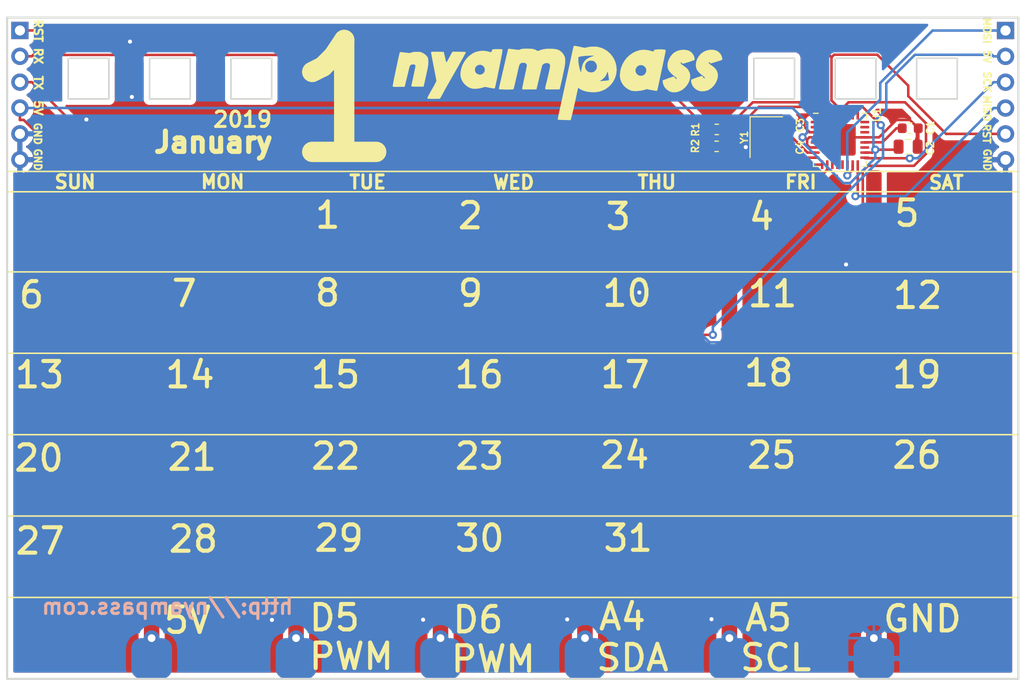
<source format=kicad_pcb>
(kicad_pcb (version 20171130) (host pcbnew 5.0.2-bee76a0~70~ubuntu18.04.1)

  (general
    (thickness 1.6)
    (drawings 75)
    (tracks 213)
    (zones 0)
    (modules 19)
    (nets 31)
  )

  (page A4)
  (layers
    (0 F.Cu signal)
    (31 B.Cu signal)
    (32 B.Adhes user)
    (33 F.Adhes user)
    (34 B.Paste user)
    (35 F.Paste user)
    (36 B.SilkS user)
    (37 F.SilkS user)
    (38 B.Mask user)
    (39 F.Mask user)
    (40 Dwgs.User user)
    (41 Cmts.User user)
    (42 Eco1.User user)
    (43 Eco2.User user)
    (44 Edge.Cuts user)
    (45 Margin user)
    (46 B.CrtYd user)
    (47 F.CrtYd user)
    (48 B.Fab user)
    (49 F.Fab user)
  )

  (setup
    (last_trace_width 0.25)
    (trace_clearance 0.2)
    (zone_clearance 0.508)
    (zone_45_only no)
    (trace_min 0.2)
    (segment_width 0.2)
    (edge_width 0.15)
    (via_size 0.8)
    (via_drill 0.4)
    (via_min_size 0.4)
    (via_min_drill 0.3)
    (uvia_size 0.3)
    (uvia_drill 0.1)
    (uvias_allowed no)
    (uvia_min_size 0.2)
    (uvia_min_drill 0.1)
    (pcb_text_width 0.3)
    (pcb_text_size 1.5 1.5)
    (mod_edge_width 0.15)
    (mod_text_size 1 1)
    (mod_text_width 0.15)
    (pad_size 1.524 48)
    (pad_drill 0)
    (pad_to_mask_clearance 0.2)
    (solder_mask_min_width 0.25)
    (aux_axis_origin 0 0)
    (visible_elements FFFFFF7F)
    (pcbplotparams
      (layerselection 0x010fc_ffffffff)
      (usegerberextensions false)
      (usegerberattributes false)
      (usegerberadvancedattributes false)
      (creategerberjobfile false)
      (excludeedgelayer true)
      (linewidth 0.100000)
      (plotframeref false)
      (viasonmask false)
      (mode 1)
      (useauxorigin false)
      (hpglpennumber 1)
      (hpglpenspeed 20)
      (hpglpendiameter 15.000000)
      (psnegative false)
      (psa4output false)
      (plotreference true)
      (plotvalue true)
      (plotinvisibletext false)
      (padsonsilk false)
      (subtractmaskfromsilk false)
      (outputformat 1)
      (mirror false)
      (drillshape 0)
      (scaleselection 1)
      (outputdirectory "gerbers"))
  )

  (net 0 "")
  (net 1 "Net-(C1-Pad2)")
  (net 2 +5V)
  (net 3 GND)
  (net 4 MOSI)
  (net 5 SCK)
  (net 6 MISO)
  (net 7 RST)
  (net 8 RX)
  (net 9 TX)
  (net 10 D5)
  (net 11 "Net-(R2-Pad2)")
  (net 12 D6)
  (net 13 "Net-(C3-Pad1)")
  (net 14 A5-SCL)
  (net 15 A4-SDA)
  (net 16 "Net-(C4-Pad1)")
  (net 17 "Net-(R1-Pad2)")
  (net 18 "Net-(U1-Pad1)")
  (net 19 "Net-(U1-Pad2)")
  (net 20 "Net-(U1-Pad11)")
  (net 21 "Net-(U1-Pad12)")
  (net 22 "Net-(U1-Pad13)")
  (net 23 "Net-(U1-Pad14)")
  (net 24 "Net-(U1-Pad19)")
  (net 25 "Net-(U1-Pad22)")
  (net 26 "Net-(U1-Pad23)")
  (net 27 "Net-(U1-Pad24)")
  (net 28 "Net-(U1-Pad25)")
  (net 29 "Net-(U1-Pad26)")
  (net 30 "Net-(U1-Pad32)")

  (net_class Default "This is the default net class."
    (clearance 0.2)
    (trace_width 0.25)
    (via_dia 0.8)
    (via_drill 0.4)
    (uvia_dia 0.3)
    (uvia_drill 0.1)
    (add_net +5V)
    (add_net A4-SDA)
    (add_net A5-SCL)
    (add_net D5)
    (add_net D6)
    (add_net GND)
    (add_net MISO)
    (add_net MOSI)
    (add_net "Net-(C1-Pad2)")
    (add_net "Net-(C3-Pad1)")
    (add_net "Net-(C4-Pad1)")
    (add_net "Net-(R1-Pad2)")
    (add_net "Net-(R2-Pad2)")
    (add_net "Net-(U1-Pad1)")
    (add_net "Net-(U1-Pad11)")
    (add_net "Net-(U1-Pad12)")
    (add_net "Net-(U1-Pad13)")
    (add_net "Net-(U1-Pad14)")
    (add_net "Net-(U1-Pad19)")
    (add_net "Net-(U1-Pad2)")
    (add_net "Net-(U1-Pad22)")
    (add_net "Net-(U1-Pad23)")
    (add_net "Net-(U1-Pad24)")
    (add_net "Net-(U1-Pad25)")
    (add_net "Net-(U1-Pad26)")
    (add_net "Net-(U1-Pad32)")
    (add_net RST)
    (add_net RX)
    (add_net SCK)
    (add_net TX)
  )

  (module Footprints:calendar_vertical_line (layer F.Cu) (tedit 5C08F227) (tstamp 5C20B920)
    (at 151.065 79.9456)
    (path /5C0A12E4)
    (fp_text reference J3 (at 0 0.5) (layer F.SilkS) hide
      (effects (font (size 1 1) (thickness 0.15)))
    )
    (fp_text value Line (at 0 -0.5) (layer F.Fab)
      (effects (font (size 1 1) (thickness 0.15)))
    )
    (pad 1 smd roundrect (at 0 0) (size 1.524 50) (layers F.Cu F.Paste F.Mask) (roundrect_rratio 0.25)
      (net 2 +5V))
    (pad 1 smd roundrect (at 0 23) (size 4 4) (layers B.Cu B.Paste B.Mask) (roundrect_rratio 0.25)
      (net 2 +5V))
    (pad 1 thru_hole circle (at 0 21) (size 1.524 1.524) (drill 0.762) (layers *.Cu *.Mask)
      (net 2 +5V))
  )

  (module Footprints:calendar_vertical_line (layer F.Cu) (tedit 5C08F227) (tstamp 5C20B927)
    (at 165.265 79.9456)
    (path /5C0A1B7B)
    (fp_text reference J4 (at 0 0.5) (layer F.SilkS) hide
      (effects (font (size 1 1) (thickness 0.15)))
    )
    (fp_text value Line (at 0 -0.5) (layer F.Fab)
      (effects (font (size 1 1) (thickness 0.15)))
    )
    (pad 1 smd roundrect (at 0 0) (size 1.524 50) (layers F.Cu F.Paste F.Mask) (roundrect_rratio 0.25)
      (net 10 D5))
    (pad 1 smd roundrect (at 0 23) (size 4 4) (layers B.Cu B.Paste B.Mask) (roundrect_rratio 0.25)
      (net 10 D5))
    (pad 1 thru_hole circle (at 0 21) (size 1.524 1.524) (drill 0.762) (layers *.Cu *.Mask)
      (net 10 D5))
  )

  (module Footprints:calendar_vertical_line (layer F.Cu) (tedit 5C08F227) (tstamp 5C20B92E)
    (at 179.465 79.9456)
    (path /5C0A1BA3)
    (fp_text reference J5 (at 0 0.5) (layer F.SilkS) hide
      (effects (font (size 1 1) (thickness 0.15)))
    )
    (fp_text value Line (at 0 -0.5) (layer F.Fab)
      (effects (font (size 1 1) (thickness 0.15)))
    )
    (pad 1 smd roundrect (at 0 0) (size 1.524 50) (layers F.Cu F.Paste F.Mask) (roundrect_rratio 0.25)
      (net 12 D6))
    (pad 1 smd roundrect (at 0 23) (size 4 4) (layers B.Cu B.Paste B.Mask) (roundrect_rratio 0.25)
      (net 12 D6))
    (pad 1 thru_hole circle (at 0 21) (size 1.524 1.524) (drill 0.762) (layers *.Cu *.Mask)
      (net 12 D6))
  )

  (module Footprints:calendar_vertical_line (layer F.Cu) (tedit 5C08F227) (tstamp 5C20B935)
    (at 193.665 79.9456)
    (path /5C0A1BCD)
    (fp_text reference J6 (at 0 0.5) (layer F.SilkS) hide
      (effects (font (size 1 1) (thickness 0.15)))
    )
    (fp_text value Line (at 0 -0.5) (layer F.Fab)
      (effects (font (size 1 1) (thickness 0.15)))
    )
    (pad 1 smd roundrect (at 0 0) (size 1.524 50) (layers F.Cu F.Paste F.Mask) (roundrect_rratio 0.25)
      (net 15 A4-SDA))
    (pad 1 smd roundrect (at 0 23) (size 4 4) (layers B.Cu B.Paste B.Mask) (roundrect_rratio 0.25)
      (net 15 A4-SDA))
    (pad 1 thru_hole circle (at 0 21) (size 1.524 1.524) (drill 0.762) (layers *.Cu *.Mask)
      (net 15 A4-SDA))
  )

  (module Footprints:calendar_vertical_line (layer F.Cu) (tedit 5C08F227) (tstamp 5C20B93C)
    (at 207.865 79.9456)
    (path /5C0A1BF9)
    (fp_text reference J7 (at 0 0.5) (layer F.SilkS) hide
      (effects (font (size 1 1) (thickness 0.15)))
    )
    (fp_text value Line (at 0 -0.5) (layer F.Fab)
      (effects (font (size 1 1) (thickness 0.15)))
    )
    (pad 1 smd roundrect (at 0 0) (size 1.524 50) (layers F.Cu F.Paste F.Mask) (roundrect_rratio 0.25)
      (net 14 A5-SCL))
    (pad 1 smd roundrect (at 0 23) (size 4 4) (layers B.Cu B.Paste B.Mask) (roundrect_rratio 0.25)
      (net 14 A5-SCL))
    (pad 1 thru_hole circle (at 0 21) (size 1.524 1.524) (drill 0.762) (layers *.Cu *.Mask)
      (net 14 A5-SCL))
  )

  (module Footprints:calendar_vertical_line (layer F.Cu) (tedit 5C08F227) (tstamp 5C20B943)
    (at 222.065 79.9456)
    (path /5C0A1C27)
    (fp_text reference J8 (at 0 0.5) (layer F.SilkS) hide
      (effects (font (size 1 1) (thickness 0.15)))
    )
    (fp_text value Line (at 0 -0.5) (layer F.Fab)
      (effects (font (size 1 1) (thickness 0.15)))
    )
    (pad 1 smd roundrect (at 0 0) (size 1.524 50) (layers F.Cu F.Paste F.Mask) (roundrect_rratio 0.25)
      (net 3 GND))
    (pad 1 smd roundrect (at 0 23) (size 4 4) (layers B.Cu B.Paste B.Mask) (roundrect_rratio 0.25)
      (net 3 GND))
    (pad 1 thru_hole circle (at 0 21) (size 1.524 1.524) (drill 0.762) (layers *.Cu *.Mask)
      (net 3 GND))
  )

  (module Capacitor_SMD:C_0603_1608Metric (layer F.Cu) (tedit 5C08C0E8) (tstamp 5C1547A5)
    (at 225.638 50.8254 180)
    (descr "Capacitor SMD 0603 (1608 Metric), square (rectangular) end terminal, IPC_7351 nominal, (Body size source: http://www.tortai-tech.com/upload/download/2011102023233369053.pdf), generated with kicad-footprint-generator")
    (tags capacitor)
    (path /5B9906E7)
    (attr smd)
    (fp_text reference C1 (at -1.98638 0.03556 270) (layer F.SilkS)
      (effects (font (size 0.7 0.7) (thickness 0.15)))
    )
    (fp_text value 0.1uf (at 0 1.43 180) (layer F.Fab)
      (effects (font (size 1 1) (thickness 0.15)))
    )
    (fp_line (start -0.8 0.4) (end -0.8 -0.4) (layer F.Fab) (width 0.1))
    (fp_line (start -0.8 -0.4) (end 0.8 -0.4) (layer F.Fab) (width 0.1))
    (fp_line (start 0.8 -0.4) (end 0.8 0.4) (layer F.Fab) (width 0.1))
    (fp_line (start 0.8 0.4) (end -0.8 0.4) (layer F.Fab) (width 0.1))
    (fp_line (start -0.162779 -0.51) (end 0.162779 -0.51) (layer F.SilkS) (width 0.12))
    (fp_line (start -0.162779 0.51) (end 0.162779 0.51) (layer F.SilkS) (width 0.12))
    (fp_line (start -1.48 0.73) (end -1.48 -0.73) (layer F.CrtYd) (width 0.05))
    (fp_line (start -1.48 -0.73) (end 1.48 -0.73) (layer F.CrtYd) (width 0.05))
    (fp_line (start 1.48 -0.73) (end 1.48 0.73) (layer F.CrtYd) (width 0.05))
    (fp_line (start 1.48 0.73) (end -1.48 0.73) (layer F.CrtYd) (width 0.05))
    (fp_text user %R (at 0 0 180) (layer F.Fab)
      (effects (font (size 0.4 0.4) (thickness 0.06)))
    )
    (pad 1 smd roundrect (at -0.7875 0 180) (size 0.875 0.95) (layers F.Cu F.Paste F.Mask) (roundrect_rratio 0.25)
      (net 3 GND))
    (pad 2 smd roundrect (at 0.7875 0 180) (size 0.875 0.95) (layers F.Cu F.Paste F.Mask) (roundrect_rratio 0.25)
      (net 1 "Net-(C1-Pad2)"))
    (model ${KISYS3DMOD}/Capacitor_SMD.3dshapes/C_0603_1608Metric.wrl
      (at (xyz 0 0 0))
      (scale (xyz 1 1 1))
      (rotate (xyz 0 0 0))
    )
  )

  (module Capacitor_SMD:C_0805_2012Metric (layer F.Cu) (tedit 5C08C0D8) (tstamp 5C1547B6)
    (at 225.432 52.639)
    (descr "Capacitor SMD 0805 (2012 Metric), square (rectangular) end terminal, IPC_7351 nominal, (Body size source: https://docs.google.com/spreadsheets/d/1BsfQQcO9C6DZCsRaXUlFlo91Tg2WpOkGARC1WS5S8t0/edit?usp=sharing), generated with kicad-footprint-generator")
    (tags capacitor)
    (path /5B996F98)
    (attr smd)
    (fp_text reference C2 (at 2.17654 0.14224 90) (layer F.SilkS)
      (effects (font (size 0.7 0.7) (thickness 0.15)))
    )
    (fp_text value 10uf (at 0 1.65) (layer F.Fab)
      (effects (font (size 1 1) (thickness 0.15)))
    )
    (fp_line (start -1 0.6) (end -1 -0.6) (layer F.Fab) (width 0.1))
    (fp_line (start -1 -0.6) (end 1 -0.6) (layer F.Fab) (width 0.1))
    (fp_line (start 1 -0.6) (end 1 0.6) (layer F.Fab) (width 0.1))
    (fp_line (start 1 0.6) (end -1 0.6) (layer F.Fab) (width 0.1))
    (fp_line (start -0.258578 -0.71) (end 0.258578 -0.71) (layer F.SilkS) (width 0.12))
    (fp_line (start -0.258578 0.71) (end 0.258578 0.71) (layer F.SilkS) (width 0.12))
    (fp_line (start -1.68 0.95) (end -1.68 -0.95) (layer F.CrtYd) (width 0.05))
    (fp_line (start -1.68 -0.95) (end 1.68 -0.95) (layer F.CrtYd) (width 0.05))
    (fp_line (start 1.68 -0.95) (end 1.68 0.95) (layer F.CrtYd) (width 0.05))
    (fp_line (start 1.68 0.95) (end -1.68 0.95) (layer F.CrtYd) (width 0.05))
    (fp_text user %R (at 0 0) (layer F.Fab)
      (effects (font (size 0.5 0.5) (thickness 0.08)))
    )
    (pad 1 smd roundrect (at -0.9375 0) (size 0.975 1.4) (layers F.Cu F.Paste F.Mask) (roundrect_rratio 0.25)
      (net 2 +5V))
    (pad 2 smd roundrect (at 0.9375 0) (size 0.975 1.4) (layers F.Cu F.Paste F.Mask) (roundrect_rratio 0.25)
      (net 3 GND))
    (model ${KISYS3DMOD}/Capacitor_SMD.3dshapes/C_0805_2012Metric.wrl
      (at (xyz 0 0 0))
      (scale (xyz 1 1 1))
      (rotate (xyz 0 0 0))
    )
  )

  (module Capacitor_SMD:C_0201_0603Metric (layer F.Cu) (tedit 5C08C0B3) (tstamp 5C1547C7)
    (at 213.939 50.5261 90)
    (descr "Capacitor SMD 0201 (0603 Metric), square (rectangular) end terminal, IPC_7351 nominal, (Body size source: https://www.vishay.com/docs/20052/crcw0201e3.pdf), generated with kicad-footprint-generator")
    (tags capacitor)
    (path /5B983CF6)
    (attr smd)
    (fp_text reference C3 (at 0.00552 0.88392 90) (layer F.SilkS)
      (effects (font (size 0.7 0.7) (thickness 0.15)))
    )
    (fp_text value 12pf (at 0 1.05 90) (layer F.Fab)
      (effects (font (size 1 1) (thickness 0.15)))
    )
    (fp_line (start -0.3 0.15) (end -0.3 -0.15) (layer F.Fab) (width 0.1))
    (fp_line (start -0.3 -0.15) (end 0.3 -0.15) (layer F.Fab) (width 0.1))
    (fp_line (start 0.3 -0.15) (end 0.3 0.15) (layer F.Fab) (width 0.1))
    (fp_line (start 0.3 0.15) (end -0.3 0.15) (layer F.Fab) (width 0.1))
    (fp_line (start -0.7 0.35) (end -0.7 -0.35) (layer F.CrtYd) (width 0.05))
    (fp_line (start -0.7 -0.35) (end 0.7 -0.35) (layer F.CrtYd) (width 0.05))
    (fp_line (start 0.7 -0.35) (end 0.7 0.35) (layer F.CrtYd) (width 0.05))
    (fp_line (start 0.7 0.35) (end -0.7 0.35) (layer F.CrtYd) (width 0.05))
    (fp_text user %R (at 0 -0.68 90) (layer F.Fab)
      (effects (font (size 0.25 0.25) (thickness 0.04)))
    )
    (pad "" smd roundrect (at -0.345 0 90) (size 0.318 0.36) (layers F.Paste) (roundrect_rratio 0.25))
    (pad "" smd roundrect (at 0.345 0 90) (size 0.318 0.36) (layers F.Paste) (roundrect_rratio 0.25))
    (pad 1 smd roundrect (at -0.32 0 90) (size 0.46 0.4) (layers F.Cu F.Mask) (roundrect_rratio 0.25)
      (net 13 "Net-(C3-Pad1)"))
    (pad 2 smd roundrect (at 0.32 0 90) (size 0.46 0.4) (layers F.Cu F.Mask) (roundrect_rratio 0.25)
      (net 3 GND))
    (model ${KISYS3DMOD}/Capacitor_SMD.3dshapes/C_0201_0603Metric.wrl
      (at (xyz 0 0 0))
      (scale (xyz 1 1 1))
      (rotate (xyz 0 0 0))
    )
  )

  (module Capacitor_SMD:C_0201_0603Metric (layer F.Cu) (tedit 5C08C0BB) (tstamp 5C1547D8)
    (at 213.919 52.7812 90)
    (descr "Capacitor SMD 0201 (0603 Metric), square (rectangular) end terminal, IPC_7351 nominal, (Body size source: https://www.vishay.com/docs/20052/crcw0201e3.pdf), generated with kicad-footprint-generator")
    (tags capacitor)
    (path /5B983DA1)
    (attr smd)
    (fp_text reference C4 (at 0.05584 0.88392 90) (layer F.SilkS)
      (effects (font (size 0.7 0.7) (thickness 0.15)))
    )
    (fp_text value 12pf (at 0 1.05 90) (layer F.Fab)
      (effects (font (size 1 1) (thickness 0.15)))
    )
    (fp_text user %R (at 0 -0.68 90) (layer F.Fab)
      (effects (font (size 0.25 0.25) (thickness 0.04)))
    )
    (fp_line (start 0.7 0.35) (end -0.7 0.35) (layer F.CrtYd) (width 0.05))
    (fp_line (start 0.7 -0.35) (end 0.7 0.35) (layer F.CrtYd) (width 0.05))
    (fp_line (start -0.7 -0.35) (end 0.7 -0.35) (layer F.CrtYd) (width 0.05))
    (fp_line (start -0.7 0.35) (end -0.7 -0.35) (layer F.CrtYd) (width 0.05))
    (fp_line (start 0.3 0.15) (end -0.3 0.15) (layer F.Fab) (width 0.1))
    (fp_line (start 0.3 -0.15) (end 0.3 0.15) (layer F.Fab) (width 0.1))
    (fp_line (start -0.3 -0.15) (end 0.3 -0.15) (layer F.Fab) (width 0.1))
    (fp_line (start -0.3 0.15) (end -0.3 -0.15) (layer F.Fab) (width 0.1))
    (pad 2 smd roundrect (at 0.32 0 90) (size 0.46 0.4) (layers F.Cu F.Mask) (roundrect_rratio 0.25)
      (net 3 GND))
    (pad 1 smd roundrect (at -0.32 0 90) (size 0.46 0.4) (layers F.Cu F.Mask) (roundrect_rratio 0.25)
      (net 16 "Net-(C4-Pad1)"))
    (pad "" smd roundrect (at 0.345 0 90) (size 0.318 0.36) (layers F.Paste) (roundrect_rratio 0.25))
    (pad "" smd roundrect (at -0.345 0 90) (size 0.318 0.36) (layers F.Paste) (roundrect_rratio 0.25))
    (model ${KISYS3DMOD}/Capacitor_SMD.3dshapes/C_0201_0603Metric.wrl
      (at (xyz 0 0 0))
      (scale (xyz 1 1 1))
      (rotate (xyz 0 0 0))
    )
  )

  (module Resistor_SMD:R_0603_1608Metric_Pad1.05x0.95mm_HandSolder (layer F.Cu) (tedit 5C08C0C1) (tstamp 5C154837)
    (at 206.619 50.9422)
    (descr "Resistor SMD 0603 (1608 Metric), square (rectangular) end terminal, IPC_7351 nominal with elongated pad for handsoldering. (Body size source: http://www.tortai-tech.com/upload/download/2011102023233369053.pdf), generated with kicad-footprint-generator")
    (tags "resistor handsolder")
    (path /5B9797ED)
    (attr smd)
    (fp_text reference R1 (at -2.09172 0.01016 90) (layer F.SilkS)
      (effects (font (size 0.7 0.7) (thickness 0.15)))
    )
    (fp_text value 1k (at 0 1.43) (layer F.Fab)
      (effects (font (size 1 1) (thickness 0.15)))
    )
    (fp_line (start -0.8 0.4) (end -0.8 -0.4) (layer F.Fab) (width 0.1))
    (fp_line (start -0.8 -0.4) (end 0.8 -0.4) (layer F.Fab) (width 0.1))
    (fp_line (start 0.8 -0.4) (end 0.8 0.4) (layer F.Fab) (width 0.1))
    (fp_line (start 0.8 0.4) (end -0.8 0.4) (layer F.Fab) (width 0.1))
    (fp_line (start -0.171267 -0.51) (end 0.171267 -0.51) (layer F.SilkS) (width 0.12))
    (fp_line (start -0.171267 0.51) (end 0.171267 0.51) (layer F.SilkS) (width 0.12))
    (fp_line (start -1.65 0.73) (end -1.65 -0.73) (layer F.CrtYd) (width 0.05))
    (fp_line (start -1.65 -0.73) (end 1.65 -0.73) (layer F.CrtYd) (width 0.05))
    (fp_line (start 1.65 -0.73) (end 1.65 0.73) (layer F.CrtYd) (width 0.05))
    (fp_line (start 1.65 0.73) (end -1.65 0.73) (layer F.CrtYd) (width 0.05))
    (fp_text user %R (at 0 0) (layer F.Fab)
      (effects (font (size 0.4 0.4) (thickness 0.06)))
    )
    (pad 1 smd roundrect (at -0.875 0) (size 1.05 0.95) (layers F.Cu F.Paste F.Mask) (roundrect_rratio 0.25)
      (net 8 RX))
    (pad 2 smd roundrect (at 0.875 0) (size 1.05 0.95) (layers F.Cu F.Paste F.Mask) (roundrect_rratio 0.25)
      (net 17 "Net-(R1-Pad2)"))
    (model ${KISYS3DMOD}/Resistor_SMD.3dshapes/R_0603_1608Metric.wrl
      (at (xyz 0 0 0))
      (scale (xyz 1 1 1))
      (rotate (xyz 0 0 0))
    )
  )

  (module Resistor_SMD:R_0603_1608Metric_Pad1.05x0.95mm_HandSolder (layer F.Cu) (tedit 5C08C0C4) (tstamp 5C154848)
    (at 206.607 52.6034)
    (descr "Resistor SMD 0603 (1608 Metric), square (rectangular) end terminal, IPC_7351 nominal with elongated pad for handsoldering. (Body size source: http://www.tortai-tech.com/upload/download/2011102023233369053.pdf), generated with kicad-footprint-generator")
    (tags "resistor handsolder")
    (path /5B97E380)
    (attr smd)
    (fp_text reference R2 (at -2.0942 -0.02032 90) (layer F.SilkS)
      (effects (font (size 0.7 0.7) (thickness 0.15)))
    )
    (fp_text value 1k (at 0 1.43) (layer F.Fab)
      (effects (font (size 1 1) (thickness 0.15)))
    )
    (fp_text user %R (at 0 0) (layer F.Fab)
      (effects (font (size 0.4 0.4) (thickness 0.06)))
    )
    (fp_line (start 1.65 0.73) (end -1.65 0.73) (layer F.CrtYd) (width 0.05))
    (fp_line (start 1.65 -0.73) (end 1.65 0.73) (layer F.CrtYd) (width 0.05))
    (fp_line (start -1.65 -0.73) (end 1.65 -0.73) (layer F.CrtYd) (width 0.05))
    (fp_line (start -1.65 0.73) (end -1.65 -0.73) (layer F.CrtYd) (width 0.05))
    (fp_line (start -0.171267 0.51) (end 0.171267 0.51) (layer F.SilkS) (width 0.12))
    (fp_line (start -0.171267 -0.51) (end 0.171267 -0.51) (layer F.SilkS) (width 0.12))
    (fp_line (start 0.8 0.4) (end -0.8 0.4) (layer F.Fab) (width 0.1))
    (fp_line (start 0.8 -0.4) (end 0.8 0.4) (layer F.Fab) (width 0.1))
    (fp_line (start -0.8 -0.4) (end 0.8 -0.4) (layer F.Fab) (width 0.1))
    (fp_line (start -0.8 0.4) (end -0.8 -0.4) (layer F.Fab) (width 0.1))
    (pad 2 smd roundrect (at 0.875 0) (size 1.05 0.95) (layers F.Cu F.Paste F.Mask) (roundrect_rratio 0.25)
      (net 11 "Net-(R2-Pad2)"))
    (pad 1 smd roundrect (at -0.875 0) (size 1.05 0.95) (layers F.Cu F.Paste F.Mask) (roundrect_rratio 0.25)
      (net 9 TX))
    (model ${KISYS3DMOD}/Resistor_SMD.3dshapes/R_0603_1608Metric.wrl
      (at (xyz 0 0 0))
      (scale (xyz 1 1 1))
      (rotate (xyz 0 0 0))
    )
  )

  (module Package_DFN_QFN:QFN-32-1EP_5x5mm_P0.5mm_EP3.1x3.1mm (layer F.Cu) (tedit 5C08C355) (tstamp 5C154887)
    (at 218.73 51.9684)
    (descr "QFN, 32 Pin (http://ww1.microchip.com/downloads/en/DeviceDoc/8008S.pdf (Page 20)), generated with kicad-footprint-generator ipc_dfn_qfn_generator.py")
    (tags "QFN DFN_QFN")
    (path /5B97407B)
    (attr smd)
    (fp_text reference U1 (at 3.64236 -2.45872 90) (layer F.SilkS)
      (effects (font (size 0.7 0.7) (thickness 0.15)))
    )
    (fp_text value ATmega328P-MU (at 0 3.82) (layer F.Fab)
      (effects (font (size 1 1) (thickness 0.15)))
    )
    (fp_line (start 2.135 -2.61) (end 2.61 -2.61) (layer F.SilkS) (width 0.12))
    (fp_line (start 2.61 -2.61) (end 2.61 -2.135) (layer F.SilkS) (width 0.12))
    (fp_line (start -2.135 2.61) (end -2.61 2.61) (layer F.SilkS) (width 0.12))
    (fp_line (start -2.61 2.61) (end -2.61 2.135) (layer F.SilkS) (width 0.12))
    (fp_line (start 2.135 2.61) (end 2.61 2.61) (layer F.SilkS) (width 0.12))
    (fp_line (start 2.61 2.61) (end 2.61 2.135) (layer F.SilkS) (width 0.12))
    (fp_line (start -2.135 -2.61) (end -2.61 -2.61) (layer F.SilkS) (width 0.12))
    (fp_line (start -1.5 -2.5) (end 2.5 -2.5) (layer F.Fab) (width 0.1))
    (fp_line (start 2.5 -2.5) (end 2.5 2.5) (layer F.Fab) (width 0.1))
    (fp_line (start 2.5 2.5) (end -2.5 2.5) (layer F.Fab) (width 0.1))
    (fp_line (start -2.5 2.5) (end -2.5 -1.5) (layer F.Fab) (width 0.1))
    (fp_line (start -2.5 -1.5) (end -1.5 -2.5) (layer F.Fab) (width 0.1))
    (fp_line (start -3.12 -3.12) (end -3.12 3.12) (layer F.CrtYd) (width 0.05))
    (fp_line (start -3.12 3.12) (end 3.12 3.12) (layer F.CrtYd) (width 0.05))
    (fp_line (start 3.12 3.12) (end 3.12 -3.12) (layer F.CrtYd) (width 0.05))
    (fp_line (start 3.12 -3.12) (end -3.12 -3.12) (layer F.CrtYd) (width 0.05))
    (fp_text user %R (at 0 0) (layer F.Fab)
      (effects (font (size 1 1) (thickness 0.15)))
    )
    (pad 33 smd roundrect (at 0 0) (size 3.1 3.1) (layers F.Cu F.Mask) (roundrect_rratio 0.08064499999999999)
      (net 3 GND))
    (pad "" smd roundrect (at -1.03 -1.03) (size 0.83 0.83) (layers F.Paste) (roundrect_rratio 0.25))
    (pad "" smd roundrect (at -1.03 0) (size 0.83 0.83) (layers F.Paste) (roundrect_rratio 0.25))
    (pad "" smd roundrect (at -1.03 1.03) (size 0.83 0.83) (layers F.Paste) (roundrect_rratio 0.25))
    (pad "" smd roundrect (at 0 -1.03) (size 0.83 0.83) (layers F.Paste) (roundrect_rratio 0.25))
    (pad "" smd roundrect (at 0 0) (size 0.83 0.83) (layers F.Paste) (roundrect_rratio 0.25))
    (pad "" smd roundrect (at 0 1.03) (size 0.83 0.83) (layers F.Paste) (roundrect_rratio 0.25))
    (pad "" smd roundrect (at 1.03 -1.03) (size 0.83 0.83) (layers F.Paste) (roundrect_rratio 0.25))
    (pad "" smd roundrect (at 1.03 0) (size 0.83 0.83) (layers F.Paste) (roundrect_rratio 0.25))
    (pad "" smd roundrect (at 1.03 1.03) (size 0.83 0.83) (layers F.Paste) (roundrect_rratio 0.25))
    (pad 1 smd roundrect (at -2.4375 -1.75) (size 0.875 0.25) (layers F.Cu F.Paste F.Mask) (roundrect_rratio 0.25)
      (net 18 "Net-(U1-Pad1)"))
    (pad 2 smd roundrect (at -2.4375 -1.25) (size 0.875 0.25) (layers F.Cu F.Paste F.Mask) (roundrect_rratio 0.25)
      (net 19 "Net-(U1-Pad2)"))
    (pad 3 smd roundrect (at -2.4375 -0.75) (size 0.875 0.25) (layers F.Cu F.Paste F.Mask) (roundrect_rratio 0.25)
      (net 3 GND))
    (pad 4 smd roundrect (at -2.4375 -0.25) (size 0.875 0.25) (layers F.Cu F.Paste F.Mask) (roundrect_rratio 0.25)
      (net 2 +5V))
    (pad 5 smd roundrect (at -2.4375 0.25) (size 0.875 0.25) (layers F.Cu F.Paste F.Mask) (roundrect_rratio 0.25)
      (net 3 GND))
    (pad 6 smd roundrect (at -2.4375 0.75) (size 0.875 0.25) (layers F.Cu F.Paste F.Mask) (roundrect_rratio 0.25)
      (net 2 +5V))
    (pad 7 smd roundrect (at -2.4375 1.25) (size 0.875 0.25) (layers F.Cu F.Paste F.Mask) (roundrect_rratio 0.25)
      (net 13 "Net-(C3-Pad1)"))
    (pad 8 smd roundrect (at -2.4375 1.75) (size 0.875 0.25) (layers F.Cu F.Paste F.Mask) (roundrect_rratio 0.25)
      (net 16 "Net-(C4-Pad1)"))
    (pad 9 smd roundrect (at -1.75 2.4375) (size 0.25 0.875) (layers F.Cu F.Paste F.Mask) (roundrect_rratio 0.25)
      (net 10 D5))
    (pad 10 smd roundrect (at -1.25 2.4375) (size 0.25 0.875) (layers F.Cu F.Paste F.Mask) (roundrect_rratio 0.25)
      (net 12 D6))
    (pad 11 smd roundrect (at -0.75 2.4375) (size 0.25 0.875) (layers F.Cu F.Paste F.Mask) (roundrect_rratio 0.25)
      (net 20 "Net-(U1-Pad11)"))
    (pad 12 smd roundrect (at -0.25 2.4375) (size 0.25 0.875) (layers F.Cu F.Paste F.Mask) (roundrect_rratio 0.25)
      (net 21 "Net-(U1-Pad12)"))
    (pad 13 smd roundrect (at 0.25 2.4375) (size 0.25 0.875) (layers F.Cu F.Paste F.Mask) (roundrect_rratio 0.25)
      (net 22 "Net-(U1-Pad13)"))
    (pad 14 smd roundrect (at 0.75 2.4375) (size 0.25 0.875) (layers F.Cu F.Paste F.Mask) (roundrect_rratio 0.25)
      (net 23 "Net-(U1-Pad14)"))
    (pad 15 smd roundrect (at 1.25 2.4375) (size 0.25 0.875) (layers F.Cu F.Paste F.Mask) (roundrect_rratio 0.25)
      (net 4 MOSI))
    (pad 16 smd roundrect (at 1.75 2.4375) (size 0.25 0.875) (layers F.Cu F.Paste F.Mask) (roundrect_rratio 0.25)
      (net 6 MISO))
    (pad 17 smd roundrect (at 2.4375 1.75) (size 0.875 0.25) (layers F.Cu F.Paste F.Mask) (roundrect_rratio 0.25)
      (net 5 SCK))
    (pad 18 smd roundrect (at 2.4375 1.25) (size 0.875 0.25) (layers F.Cu F.Paste F.Mask) (roundrect_rratio 0.25)
      (net 2 +5V))
    (pad 19 smd roundrect (at 2.4375 0.75) (size 0.875 0.25) (layers F.Cu F.Paste F.Mask) (roundrect_rratio 0.25)
      (net 24 "Net-(U1-Pad19)"))
    (pad 20 smd roundrect (at 2.4375 0.25) (size 0.875 0.25) (layers F.Cu F.Paste F.Mask) (roundrect_rratio 0.25)
      (net 1 "Net-(C1-Pad2)"))
    (pad 21 smd roundrect (at 2.4375 -0.25) (size 0.875 0.25) (layers F.Cu F.Paste F.Mask) (roundrect_rratio 0.25)
      (net 3 GND))
    (pad 22 smd roundrect (at 2.4375 -0.75) (size 0.875 0.25) (layers F.Cu F.Paste F.Mask) (roundrect_rratio 0.25)
      (net 25 "Net-(U1-Pad22)"))
    (pad 23 smd roundrect (at 2.4375 -1.25) (size 0.875 0.25) (layers F.Cu F.Paste F.Mask) (roundrect_rratio 0.25)
      (net 26 "Net-(U1-Pad23)"))
    (pad 24 smd roundrect (at 2.4375 -1.75) (size 0.875 0.25) (layers F.Cu F.Paste F.Mask) (roundrect_rratio 0.25)
      (net 27 "Net-(U1-Pad24)"))
    (pad 25 smd roundrect (at 1.75 -2.4375) (size 0.25 0.875) (layers F.Cu F.Paste F.Mask) (roundrect_rratio 0.25)
      (net 28 "Net-(U1-Pad25)"))
    (pad 26 smd roundrect (at 1.25 -2.4375) (size 0.25 0.875) (layers F.Cu F.Paste F.Mask) (roundrect_rratio 0.25)
      (net 29 "Net-(U1-Pad26)"))
    (pad 27 smd roundrect (at 0.75 -2.4375) (size 0.25 0.875) (layers F.Cu F.Paste F.Mask) (roundrect_rratio 0.25)
      (net 15 A4-SDA))
    (pad 28 smd roundrect (at 0.25 -2.4375) (size 0.25 0.875) (layers F.Cu F.Paste F.Mask) (roundrect_rratio 0.25)
      (net 14 A5-SCL))
    (pad 29 smd roundrect (at -0.25 -2.4375) (size 0.25 0.875) (layers F.Cu F.Paste F.Mask) (roundrect_rratio 0.25)
      (net 7 RST))
    (pad 30 smd roundrect (at -0.75 -2.4375) (size 0.25 0.875) (layers F.Cu F.Paste F.Mask) (roundrect_rratio 0.25)
      (net 17 "Net-(R1-Pad2)"))
    (pad 31 smd roundrect (at -1.25 -2.4375) (size 0.25 0.875) (layers F.Cu F.Paste F.Mask) (roundrect_rratio 0.25)
      (net 11 "Net-(R2-Pad2)"))
    (pad 32 smd roundrect (at -1.75 -2.4375) (size 0.25 0.875) (layers F.Cu F.Paste F.Mask) (roundrect_rratio 0.25)
      (net 30 "Net-(U1-Pad32)"))
    (model ${KISYS3DMOD}/Package_DFN_QFN.3dshapes/QFN-32-1EP_5x5mm_P0.5mm_EP3.1x3.1mm.wrl
      (at (xyz 0 0 0))
      (scale (xyz 1 1 1))
      (rotate (xyz 0 0 0))
    )
  )

  (module Crystal:Crystal_SMD_SeikoEpson_FA238-4Pin_3.2x2.5mm (layer F.Cu) (tedit 5C08BFFD) (tstamp 5C15489F)
    (at 211.491 51.6992 270)
    (descr "crystal Epson Toyocom FA-238 https://support.epson.biz/td/api/doc_check.php?dl=brief_fa-238v_en.pdf, 3.2x2.5mm^2 package")
    (tags "SMD SMT crystal")
    (path /5B9AF077)
    (attr smd)
    (fp_text reference Y1 (at 0.0078 2.1716 270) (layer F.SilkS)
      (effects (font (size 0.7 0.7) (thickness 0.15)))
    )
    (fp_text value Crystal (at 0 2.45 270) (layer F.Fab)
      (effects (font (size 1 1) (thickness 0.15)))
    )
    (fp_text user %R (at 0 0 270) (layer F.Fab)
      (effects (font (size 0.7 0.7) (thickness 0.105)))
    )
    (fp_line (start -1.5 -1.25) (end 1.5 -1.25) (layer F.Fab) (width 0.1))
    (fp_line (start 1.5 -1.25) (end 1.6 -1.15) (layer F.Fab) (width 0.1))
    (fp_line (start 1.6 -1.15) (end 1.6 1.15) (layer F.Fab) (width 0.1))
    (fp_line (start 1.6 1.15) (end 1.5 1.25) (layer F.Fab) (width 0.1))
    (fp_line (start 1.5 1.25) (end -1.5 1.25) (layer F.Fab) (width 0.1))
    (fp_line (start -1.5 1.25) (end -1.6 1.15) (layer F.Fab) (width 0.1))
    (fp_line (start -1.6 1.15) (end -1.6 -1.15) (layer F.Fab) (width 0.1))
    (fp_line (start -1.6 -1.15) (end -1.5 -1.25) (layer F.Fab) (width 0.1))
    (fp_line (start -1.6 0.25) (end -0.6 1.25) (layer F.Fab) (width 0.1))
    (fp_line (start -2 -1.6) (end -2 1.6) (layer F.SilkS) (width 0.12))
    (fp_line (start -2 1.6) (end 2 1.6) (layer F.SilkS) (width 0.12))
    (fp_line (start -2.1 -1.7) (end -2.1 1.7) (layer F.CrtYd) (width 0.05))
    (fp_line (start -2.1 1.7) (end 2.1 1.7) (layer F.CrtYd) (width 0.05))
    (fp_line (start 2.1 1.7) (end 2.1 -1.7) (layer F.CrtYd) (width 0.05))
    (fp_line (start 2.1 -1.7) (end -2.1 -1.7) (layer F.CrtYd) (width 0.05))
    (pad 1 smd rect (at -1.1 0.8 270) (size 1.4 1.2) (layers F.Cu F.Paste F.Mask)
      (net 13 "Net-(C3-Pad1)"))
    (pad 2 smd rect (at 1.1 0.8 270) (size 1.4 1.2) (layers F.Cu F.Paste F.Mask)
      (net 3 GND))
    (pad 3 smd rect (at 1.1 -0.8 270) (size 1.4 1.2) (layers F.Cu F.Paste F.Mask)
      (net 16 "Net-(C4-Pad1)"))
    (pad 4 smd rect (at -1.1 -0.8 270) (size 1.4 1.2) (layers F.Cu F.Paste F.Mask)
      (net 3 GND))
    (model ${KISYS3DMOD}/Crystal.3dshapes/Crystal_SMD_SeikoEpson_FA238-4Pin_3.2x2.5mm.wrl
      (at (xyz 0 0 0))
      (scale (xyz 1 1 1))
      (rotate (xyz 0 0 0))
    )
  )

  (module Footprints:PinHeader_1x06_P2.54mm_Vertical_without_silk (layer F.Cu) (tedit 5C08C9C2) (tstamp 5C37BE03)
    (at 138.12 41.214)
    (descr "Through hole straight pin header, 1x06, 2.54mm pitch, single row")
    (tags "Through hole pin header THT 1x06 2.54mm single row")
    (path /5C095585)
    (fp_text reference J1 (at 0 -2.33) (layer F.SilkS) hide
      (effects (font (size 1 1) (thickness 0.15)))
    )
    (fp_text value Write (at 0 15.03) (layer F.Fab)
      (effects (font (size 1 1) (thickness 0.15)))
    )
    (fp_line (start -0.635 -1.27) (end 1.27 -1.27) (layer F.Fab) (width 0.1))
    (fp_line (start 1.27 -1.27) (end 1.27 13.97) (layer F.Fab) (width 0.1))
    (fp_line (start 1.27 13.97) (end -1.27 13.97) (layer F.Fab) (width 0.1))
    (fp_line (start -1.27 13.97) (end -1.27 -0.635) (layer F.Fab) (width 0.1))
    (fp_line (start -1.27 -0.635) (end -0.635 -1.27) (layer F.Fab) (width 0.1))
    (fp_line (start -1.8 -1.8) (end -1.8 14.5) (layer F.CrtYd) (width 0.05))
    (fp_line (start -1.8 14.5) (end 1.8 14.5) (layer F.CrtYd) (width 0.05))
    (fp_line (start 1.8 14.5) (end 1.8 -1.8) (layer F.CrtYd) (width 0.05))
    (fp_line (start 1.8 -1.8) (end -1.8 -1.8) (layer F.CrtYd) (width 0.05))
    (fp_text user %R (at 0 6.35 90) (layer F.Fab)
      (effects (font (size 1 1) (thickness 0.15)))
    )
    (pad 1 thru_hole rect (at 0 0) (size 1.7 1.7) (drill 1) (layers *.Cu *.Mask)
      (net 7 RST))
    (pad 2 thru_hole oval (at 0 2.54) (size 1.7 1.7) (drill 1) (layers *.Cu *.Mask)
      (net 8 RX))
    (pad 3 thru_hole oval (at 0 5.08) (size 1.7 1.7) (drill 1) (layers *.Cu *.Mask)
      (net 9 TX))
    (pad 4 thru_hole oval (at 0 7.62) (size 1.7 1.7) (drill 1) (layers *.Cu *.Mask)
      (net 2 +5V))
    (pad 5 thru_hole oval (at 0 10.16) (size 1.7 1.7) (drill 1) (layers *.Cu *.Mask)
      (net 3 GND))
    (pad 6 thru_hole oval (at 0 12.7) (size 1.7 1.7) (drill 1) (layers *.Cu *.Mask)
      (net 3 GND))
    (model ${KISYS3DMOD}/Connector_PinHeader_2.54mm.3dshapes/PinHeader_1x06_P2.54mm_Vertical.wrl
      (at (xyz 0 0 0))
      (scale (xyz 1 1 1))
      (rotate (xyz 0 0 0))
    )
  )

  (module Footprints:PinHeader_1x06_P2.54mm_Vertical_without_silk (layer F.Cu) (tedit 5C08C9C2) (tstamp 5C37BE17)
    (at 235.006 41.2191)
    (descr "Through hole straight pin header, 1x06, 2.54mm pitch, single row")
    (tags "Through hole pin header THT 1x06 2.54mm single row")
    (path /5BA4B175)
    (fp_text reference J2 (at 0 -2.33) (layer F.SilkS) hide
      (effects (font (size 1 1) (thickness 0.15)))
    )
    (fp_text value ISP (at 0 15.03) (layer F.Fab)
      (effects (font (size 1 1) (thickness 0.15)))
    )
    (fp_text user %R (at 0 6.35 90) (layer F.Fab)
      (effects (font (size 1 1) (thickness 0.15)))
    )
    (fp_line (start 1.8 -1.8) (end -1.8 -1.8) (layer F.CrtYd) (width 0.05))
    (fp_line (start 1.8 14.5) (end 1.8 -1.8) (layer F.CrtYd) (width 0.05))
    (fp_line (start -1.8 14.5) (end 1.8 14.5) (layer F.CrtYd) (width 0.05))
    (fp_line (start -1.8 -1.8) (end -1.8 14.5) (layer F.CrtYd) (width 0.05))
    (fp_line (start -1.27 -0.635) (end -0.635 -1.27) (layer F.Fab) (width 0.1))
    (fp_line (start -1.27 13.97) (end -1.27 -0.635) (layer F.Fab) (width 0.1))
    (fp_line (start 1.27 13.97) (end -1.27 13.97) (layer F.Fab) (width 0.1))
    (fp_line (start 1.27 -1.27) (end 1.27 13.97) (layer F.Fab) (width 0.1))
    (fp_line (start -0.635 -1.27) (end 1.27 -1.27) (layer F.Fab) (width 0.1))
    (pad 6 thru_hole oval (at 0 12.7) (size 1.7 1.7) (drill 1) (layers *.Cu *.Mask)
      (net 3 GND))
    (pad 5 thru_hole oval (at 0 10.16) (size 1.7 1.7) (drill 1) (layers *.Cu *.Mask)
      (net 7 RST))
    (pad 4 thru_hole oval (at 0 7.62) (size 1.7 1.7) (drill 1) (layers *.Cu *.Mask)
      (net 6 MISO))
    (pad 3 thru_hole oval (at 0 5.08) (size 1.7 1.7) (drill 1) (layers *.Cu *.Mask)
      (net 5 SCK))
    (pad 2 thru_hole oval (at 0 2.54) (size 1.7 1.7) (drill 1) (layers *.Cu *.Mask)
      (net 2 +5V))
    (pad 1 thru_hole rect (at 0 0) (size 1.7 1.7) (drill 1) (layers *.Cu *.Mask)
      (net 4 MOSI))
    (model ${KISYS3DMOD}/Connector_PinHeader_2.54mm.3dshapes/PinHeader_1x06_P2.54mm_Vertical.wrl
      (at (xyz 0 0 0))
      (scale (xyz 1 1 1))
      (rotate (xyz 0 0 0))
    )
  )

  (module Footprints:calendar_hole (layer F.Cu) (tedit 5C08EEFB) (tstamp 5C434406)
    (at 152.865 45.9456)
    (fp_text reference REF1 (at 0.1778 2.9845) (layer F.SilkS) hide
      (effects (font (size 1 1) (thickness 0.15)))
    )
    (fp_text value calendar_hole (at 0.0508 -3.175) (layer F.Fab)
      (effects (font (size 1 1) (thickness 0.15)))
    )
    (fp_line (start 6 -2) (end 6 2) (layer Edge.Cuts) (width 0.15))
    (fp_line (start 6 2) (end 10 2) (layer Edge.Cuts) (width 0.15))
    (fp_line (start 10 2) (end 10 -2) (layer Edge.Cuts) (width 0.15))
    (fp_line (start 10 -2) (end 6 -2) (layer Edge.Cuts) (width 0.15))
    (fp_line (start -10 -2) (end -10 2) (layer Edge.Cuts) (width 0.15))
    (fp_line (start -10 2) (end -6 2) (layer Edge.Cuts) (width 0.15))
    (fp_line (start -6 2) (end -6 -2) (layer Edge.Cuts) (width 0.15))
    (fp_line (start -6 -2) (end -10 -2) (layer Edge.Cuts) (width 0.15))
    (fp_line (start -2 -2) (end -2 2) (layer Edge.Cuts) (width 0.15))
    (fp_line (start -2 2) (end 2 2) (layer Edge.Cuts) (width 0.15))
    (fp_line (start 2 2) (end 2 -2) (layer Edge.Cuts) (width 0.15))
    (fp_line (start 2 -2) (end -2 -2) (layer Edge.Cuts) (width 0.15))
  )

  (module Footprints:calendar_hole (layer F.Cu) (tedit 5C08EF04) (tstamp 5C4344BF)
    (at 220.265 45.9456)
    (fp_text reference REF2 (at 0.1778 2.9845) (layer F.SilkS) hide
      (effects (font (size 1 1) (thickness 0.15)))
    )
    (fp_text value calendar_hole (at 0.0508 -3.175) (layer F.Fab)
      (effects (font (size 1 1) (thickness 0.15)))
    )
    (fp_line (start 6 -2) (end 6 2) (layer Edge.Cuts) (width 0.15))
    (fp_line (start 6 2) (end 10 2) (layer Edge.Cuts) (width 0.15))
    (fp_line (start 10 2) (end 10 -2) (layer Edge.Cuts) (width 0.15))
    (fp_line (start 10 -2) (end 6 -2) (layer Edge.Cuts) (width 0.15))
    (fp_line (start -10 -2) (end -10 2) (layer Edge.Cuts) (width 0.15))
    (fp_line (start -10 2) (end -6 2) (layer Edge.Cuts) (width 0.15))
    (fp_line (start -6 2) (end -6 -2) (layer Edge.Cuts) (width 0.15))
    (fp_line (start -6 -2) (end -10 -2) (layer Edge.Cuts) (width 0.15))
    (fp_line (start -2 -2) (end -2 2) (layer Edge.Cuts) (width 0.15))
    (fp_line (start -2 2) (end 2 2) (layer Edge.Cuts) (width 0.15))
    (fp_line (start 2 2) (end 2 -2) (layer Edge.Cuts) (width 0.15))
    (fp_line (start 2 -2) (end -2 -2) (layer Edge.Cuts) (width 0.15))
  )

  (module Footprints:nyampass_logo_33x9mm (layer F.Cu) (tedit 0) (tstamp 5C6625F8)
    (at 191.00292 46.22292)
    (fp_text reference G*** (at 0 0) (layer F.SilkS) hide
      (effects (font (size 1.524 1.524) (thickness 0.3)))
    )
    (fp_text value LOGO (at 0.75 0) (layer F.SilkS) hide
      (effects (font (size 1.524 1.524) (thickness 0.3)))
    )
    (fp_poly (pts (xy -13.713291 -2.903339) (xy -13.597553 -2.898419) (xy -13.509771 -2.886076) (xy -13.432182 -2.863275)
      (xy -13.347021 -2.826984) (xy -13.30325 -2.806284) (xy -13.114351 -2.694855) (xy -12.950721 -2.558002)
      (xy -12.828751 -2.410156) (xy -12.802502 -2.365375) (xy -12.765242 -2.251865) (xy -12.743323 -2.091149)
      (xy -12.737114 -1.897729) (xy -12.746983 -1.686109) (xy -12.773299 -1.470792) (xy -12.778933 -1.437687)
      (xy -12.801152 -1.321008) (xy -12.834579 -1.15654) (xy -12.876509 -0.956643) (xy -12.924235 -0.733675)
      (xy -12.975054 -0.499993) (xy -13.026258 -0.267956) (xy -13.075144 -0.049922) (xy -13.119006 0.141751)
      (xy -13.155139 0.294704) (xy -13.178786 0.388937) (xy -13.210448 0.508) (xy -13.793202 0.508)
      (xy -14.002185 0.507363) (xy -14.15618 0.504978) (xy -14.26369 0.50013) (xy -14.333218 0.492109)
      (xy -14.373267 0.480199) (xy -14.392342 0.463689) (xy -14.395332 0.457509) (xy -14.405654 0.402684)
      (xy -14.401875 0.386072) (xy -14.390323 0.347521) (xy -14.368067 0.256225) (xy -14.337128 0.121651)
      (xy -14.299526 -0.046732) (xy -14.257283 -0.239459) (xy -14.212418 -0.447061) (xy -14.166954 -0.660071)
      (xy -14.12291 -0.869023) (xy -14.082307 -1.064448) (xy -14.047165 -1.23688) (xy -14.019506 -1.376852)
      (xy -14.001351 -1.474895) (xy -13.994719 -1.521524) (xy -14.019789 -1.609461) (xy -14.095774 -1.66169)
      (xy -14.220112 -1.676748) (xy -14.261883 -1.674229) (xy -14.38107 -1.657184) (xy -14.466889 -1.624219)
      (xy -14.528721 -1.564644) (xy -14.575946 -1.467768) (xy -14.617945 -1.3229) (xy -14.635559 -1.248348)
      (xy -14.664465 -1.124299) (xy -14.705307 -0.952667) (xy -14.754698 -0.747491) (xy -14.809253 -0.522812)
      (xy -14.865585 -0.29267) (xy -14.886834 -0.206375) (xy -15.066976 0.523875) (xy -15.625258 0.532526)
      (xy -15.837626 0.534759) (xy -15.99447 0.533631) (xy -16.103701 0.528688) (xy -16.173229 0.519475)
      (xy -16.210964 0.505538) (xy -16.219021 0.498426) (xy -16.226531 0.46909) (xy -16.224363 0.406766)
      (xy -16.21169 0.306337) (xy -16.187683 0.162686) (xy -16.151515 -0.029306) (xy -16.102359 -0.274756)
      (xy -16.063605 -0.462726) (xy -15.963084 -0.944921) (xy -15.874418 -1.36716) (xy -15.797091 -1.731771)
      (xy -15.730587 -2.041081) (xy -15.674389 -2.297417) (xy -15.627981 -2.503107) (xy -15.590846 -2.660478)
      (xy -15.562469 -2.771857) (xy -15.542333 -2.839573) (xy -15.530551 -2.8654) (xy -15.485432 -2.874254)
      (xy -15.382324 -2.8717) (xy -15.225651 -2.858009) (xy -15.029678 -2.834733) (xy -14.848201 -2.811484)
      (xy -14.71709 -2.796488) (xy -14.62374 -2.789812) (xy -14.555548 -2.791525) (xy -14.499908 -2.801695)
      (xy -14.444216 -2.820392) (xy -14.399523 -2.838156) (xy -14.30908 -2.868827) (xy -14.209021 -2.888559)
      (xy -14.082478 -2.899466) (xy -13.912587 -2.903659) (xy -13.87475 -2.903868) (xy -13.713291 -2.903339)) (layer F.SilkS) (width 0.01))
    (fp_poly (pts (xy -5.722173 -3.172758) (xy -5.594206 -3.16616) (xy -5.501308 -3.155571) (xy -5.461 -3.143718)
      (xy -5.45237 -3.130804) (xy -5.448434 -3.102726) (xy -5.449966 -3.055008) (xy -5.457742 -2.983178)
      (xy -5.472536 -2.882763) (xy -5.495123 -2.749289) (xy -5.526278 -2.578283) (xy -5.566776 -2.365272)
      (xy -5.617391 -2.105781) (xy -5.678898 -1.795338) (xy -5.752072 -1.429469) (xy -5.794287 -1.219321)
      (xy -5.883302 -0.779381) (xy -5.961183 -0.400284) (xy -6.028289 -0.080421) (xy -6.084978 0.181816)
      (xy -6.131607 0.388036) (xy -6.168534 0.539848) (xy -6.196118 0.638861) (xy -6.214717 0.686682)
      (xy -6.219461 0.691751) (xy -6.2652 0.691959) (xy -6.36064 0.680934) (xy -6.493333 0.660473)
      (xy -6.650832 0.632376) (xy -6.711674 0.620646) (xy -7.159625 0.532557) (xy -7.445375 0.617297)
      (xy -7.704249 0.678994) (xy -7.965415 0.713874) (xy -8.212857 0.72116) (xy -8.430556 0.700073)
      (xy -8.548309 0.670855) (xy -8.81725 0.550667) (xy -9.054111 0.383469) (xy -9.253571 0.177171)
      (xy -9.41031 -0.060318) (xy -9.519007 -0.321088) (xy -9.574343 -0.59723) (xy -9.573969 -0.853914)
      (xy -9.537788 -1.056833) (xy -8.152678 -1.056833) (xy -8.133258 -0.965192) (xy -8.098291 -0.896648)
      (xy -7.986347 -0.773069) (xy -7.842561 -0.694219) (xy -7.682223 -0.663409) (xy -7.520624 -0.683947)
      (xy -7.393783 -0.744187) (xy -7.271052 -0.861953) (xy -7.19918 -1.005556) (xy -7.178676 -1.162143)
      (xy -7.210049 -1.318858) (xy -7.293807 -1.462849) (xy -7.362618 -1.532157) (xy -7.508694 -1.617426)
      (xy -7.667073 -1.644518) (xy -7.826766 -1.614329) (xy -7.976785 -1.527756) (xy -8.0316 -1.477562)
      (xy -8.096968 -1.40076) (xy -8.132107 -1.325527) (xy -8.148494 -1.223681) (xy -8.151512 -1.183041)
      (xy -8.152678 -1.056833) (xy -9.537788 -1.056833) (xy -9.50424 -1.244979) (xy -9.377308 -1.614374)
      (xy -9.196705 -1.956483) (xy -8.965964 -2.265688) (xy -8.688617 -2.536372) (xy -8.376575 -2.757914)
      (xy -8.122653 -2.878112) (xy -7.833558 -2.960669) (xy -7.526891 -3.003254) (xy -7.220256 -3.003538)
      (xy -6.931255 -2.959189) (xy -6.905625 -2.952642) (xy -6.749655 -2.912008) (xy -6.643876 -2.88872)
      (xy -6.577154 -2.883654) (xy -6.538355 -2.897684) (xy -6.516344 -2.931688) (xy -6.500522 -2.9845)
      (xy -6.471984 -3.070353) (xy -6.441379 -3.131557) (xy -6.438501 -3.135313) (xy -6.395592 -3.15012)
      (xy -6.303331 -3.161661) (xy -6.175789 -3.169817) (xy -6.027035 -3.174466) (xy -5.871139 -3.175487)
      (xy -5.722173 -3.172758)) (layer F.SilkS) (width 0.01))
    (fp_poly (pts (xy -2.758119 -3.215828) (xy -2.536731 -3.197649) (xy -2.358131 -3.164206) (xy -2.212492 -3.113624)
      (xy -2.089983 -3.044029) (xy -2.083936 -3.039766) (xy -2.025664 -3.001813) (xy -1.978412 -2.990183)
      (xy -1.916803 -3.00389) (xy -1.845109 -3.030516) (xy -1.639156 -3.104005) (xy -1.452674 -3.155144)
      (xy -1.265287 -3.187393) (xy -1.05662 -3.204211) (xy -0.806296 -3.209059) (xy -0.79375 -3.209051)
      (xy -0.527033 -3.20351) (xy -0.31083 -3.186139) (xy -0.132876 -3.154673) (xy 0.019088 -3.106846)
      (xy 0.157328 -3.040393) (xy 0.175437 -3.029971) (xy 0.361588 -2.887615) (xy 0.523121 -2.698137)
      (xy 0.630708 -2.512061) (xy 0.668507 -2.424982) (xy 0.692774 -2.345766) (xy 0.706305 -2.256358)
      (xy 0.711895 -2.138702) (xy 0.712397 -1.984375) (xy 0.710623 -1.881943) (xy 0.705576 -1.783514)
      (xy 0.69584 -1.68053) (xy 0.68 -1.56443) (xy 0.656643 -1.426652) (xy 0.624355 -1.258638)
      (xy 0.58172 -1.051826) (xy 0.527324 -0.797655) (xy 0.48158 -0.587375) (xy 0.425312 -0.330619)
      (xy 0.37158 -0.087069) (xy 0.322323 0.134609) (xy 0.279479 0.32575) (xy 0.244989 0.477687)
      (xy 0.220789 0.581756) (xy 0.211627 0.619125) (xy 0.170514 0.777875) (xy -0.513602 0.786419)
      (xy -0.747105 0.788637) (xy -0.924751 0.788441) (xy -1.05415 0.785447) (xy -1.142914 0.779272)
      (xy -1.198653 0.769532) (xy -1.228977 0.755842) (xy -1.234999 0.750043) (xy -1.245609 0.719834)
      (xy -1.244412 0.662805) (xy -1.230073 0.571276) (xy -1.201253 0.437564) (xy -1.156617 0.253987)
      (xy -1.131286 0.154123) (xy -1.055595 -0.146957) (xy -0.98509 -0.437614) (xy -0.921401 -0.710385)
      (xy -0.866157 -0.957806) (xy -0.82099 -1.172412) (xy -0.78753 -1.346739) (xy -0.767406 -1.473323)
      (xy -0.762 -1.53655) (xy -0.785623 -1.656435) (xy -0.839932 -1.731819) (xy -0.941475 -1.792026)
      (xy -1.072152 -1.812835) (xy -1.214572 -1.798067) (xy -1.351345 -1.751543) (xy -1.465082 -1.677081)
      (xy -1.538393 -1.578504) (xy -1.538453 -1.578364) (xy -1.557037 -1.521001) (xy -1.587157 -1.410851)
      (xy -1.626512 -1.257102) (xy -1.672804 -1.068943) (xy -1.723732 -0.85556) (xy -1.776994 -0.626142)
      (xy -1.7786 -0.619125) (xy -1.833993 -0.378063) (xy -1.888599 -0.142384) (xy -1.939708 0.076363)
      (xy -1.984611 0.266629) (xy -2.020598 0.416865) (xy -2.043045 0.508) (xy -2.111375 0.777875)
      (xy -2.802696 0.786433) (xy -3.035504 0.788683) (xy -3.21222 0.788662) (xy -3.340222 0.785994)
      (xy -3.426889 0.780301) (xy -3.4796 0.771207) (xy -3.505735 0.758335) (xy -3.51118 0.750264)
      (xy -3.508527 0.70975) (xy -3.493264 0.614712) (xy -3.466853 0.472548) (xy -3.430757 0.290655)
      (xy -3.386437 0.07643) (xy -3.335355 -0.162729) (xy -3.288172 -0.378016) (xy -3.23168 -0.635994)
      (xy -3.179917 -0.878366) (xy -3.13449 -1.097137) (xy -3.097007 -1.284314) (xy -3.069075 -1.431905)
      (xy -3.052303 -1.531916) (xy -3.048 -1.572159) (xy -3.074229 -1.694511) (xy -3.150658 -1.78076)
      (xy -3.273899 -1.828872) (xy -3.440566 -1.836813) (xy -3.482377 -1.833006) (xy -3.58594 -1.813827)
      (xy -3.667406 -1.776946) (xy -3.732265 -1.713972) (xy -3.786008 -1.616515) (xy -3.834123 -1.476186)
      (xy -3.882102 -1.284594) (xy -3.90272 -1.190625) (xy -3.944339 -0.999274) (xy -3.992125 -0.785023)
      (xy -4.044052 -0.556433) (xy -4.098091 -0.322064) (xy -4.152217 -0.090476) (xy -4.204402 0.129771)
      (xy -4.25262 0.330117) (xy -4.294843 0.502) (xy -4.329044 0.636862) (xy -4.353197 0.726142)
      (xy -4.364752 0.760586) (xy -4.402696 0.772853) (xy -4.492275 0.782472) (xy -4.622334 0.789494)
      (xy -4.781722 0.793971) (xy -4.959286 0.795954) (xy -5.143873 0.795493) (xy -5.324331 0.79264)
      (xy -5.489508 0.787446) (xy -5.62825 0.779963) (xy -5.729405 0.770241) (xy -5.781821 0.758331)
      (xy -5.78648 0.754062) (xy -5.789461 0.744279) (xy -5.791028 0.731774) (xy -5.790149 0.711823)
      (xy -5.785789 0.679703) (xy -5.776916 0.630688) (xy -5.762496 0.560055) (xy -5.741496 0.46308)
      (xy -5.712882 0.335039) (xy -5.675622 0.171207) (xy -5.628682 -0.03314) (xy -5.571028 -0.282726)
      (xy -5.501627 -0.582274) (xy -5.419446 -0.93651) (xy -5.371525 -1.143) (xy -5.277498 -1.548053)
      (xy -5.196721 -1.895677) (xy -5.128125 -2.190311) (xy -5.07064 -2.43639) (xy -5.023198 -2.638352)
      (xy -4.984727 -2.800633) (xy -4.954159 -2.92767) (xy -4.930423 -3.023899) (xy -4.912451 -3.093758)
      (xy -4.899173 -3.141682) (xy -4.889518 -3.172109) (xy -4.882418 -3.189475) (xy -4.876802 -3.198217)
      (xy -4.875776 -3.199308) (xy -4.83905 -3.20229) (xy -4.750381 -3.197657) (xy -4.620754 -3.186323)
      (xy -4.461151 -3.169202) (xy -4.342677 -3.154919) (xy -3.829664 -3.090444) (xy -3.66902 -3.154527)
      (xy -3.594139 -3.180562) (xy -3.513094 -3.19877) (xy -3.4126 -3.21053) (xy -3.279377 -3.21722)
      (xy -3.100142 -3.220218) (xy -3.032125 -3.220618) (xy -2.758119 -3.215828)) (layer F.SilkS) (width 0.01))
    (fp_poly (pts (xy 10.253793 -3.14326) (xy 10.393301 -3.134167) (xy 10.498671 -3.119841) (xy 10.555155 -3.100809)
      (xy 10.565336 -3.095456) (xy 10.574619 -3.092144) (xy 10.582301 -3.087186) (xy 10.58768 -3.076897)
      (xy 10.590052 -3.05759) (xy 10.588716 -3.025581) (xy 10.582969 -2.977183) (xy 10.572106 -2.90871)
      (xy 10.555427 -2.816476) (xy 10.532228 -2.696797) (xy 10.501806 -2.545985) (xy 10.463458 -2.360356)
      (xy 10.416482 -2.136223) (xy 10.360175 -1.869901) (xy 10.293835 -1.557703) (xy 10.216757 -1.195945)
      (xy 10.128241 -0.78094) (xy 10.027582 -0.309002) (xy 9.982712 -0.098536) (xy 9.93136 0.140775)
      (xy 9.883621 0.360202) (xy 9.841232 0.552001) (xy 9.80593 0.708425) (xy 9.77945 0.82173)
      (xy 9.76353 0.884171) (xy 9.760249 0.893651) (xy 9.737204 0.911125) (xy 9.690468 0.918164)
      (xy 9.612035 0.914018) (xy 9.493897 0.89794) (xy 9.328047 0.869179) (xy 9.161313 0.837634)
      (xy 8.731236 0.754519) (xy 8.437555 0.840913) (xy 8.226357 0.891183) (xy 7.995496 0.926166)
      (xy 7.760931 0.945137) (xy 7.538623 0.947375) (xy 7.34453 0.932153) (xy 7.194611 0.898749)
      (xy 7.19096 0.897457) (xy 6.89715 0.761639) (xy 6.642569 0.581918) (xy 6.431462 0.364061)
      (xy 6.268072 0.113833) (xy 6.156641 -0.163002) (xy 6.101414 -0.460676) (xy 6.096 -0.59027)
      (xy 6.125749 -0.969867) (xy 6.152644 -1.084531) (xy 7.62 -1.084531) (xy 7.648144 -0.912052)
      (xy 7.725342 -0.765482) (xy 7.840735 -0.65112) (xy 7.983469 -0.575269) (xy 8.142688 -0.54423)
      (xy 8.307535 -0.564304) (xy 8.427176 -0.616012) (xy 8.555562 -0.722716) (xy 8.646349 -0.861973)
      (xy 8.694324 -1.01822) (xy 8.694275 -1.175891) (xy 8.654709 -1.29539) (xy 8.542668 -1.45077)
      (xy 8.400455 -1.556093) (xy 8.237901 -1.608071) (xy 8.064838 -1.60342) (xy 7.90448 -1.546139)
      (xy 7.776598 -1.446824) (xy 7.679661 -1.309755) (xy 7.626365 -1.15553) (xy 7.62 -1.084531)
      (xy 6.152644 -1.084531) (xy 6.211878 -1.33706) (xy 6.349704 -1.685891) (xy 6.534548 -2.010402)
      (xy 6.761729 -2.304634) (xy 7.026565 -2.56263) (xy 7.324376 -2.778432) (xy 7.650482 -2.946081)
      (xy 8.000201 -3.05962) (xy 8.043632 -3.069347) (xy 8.310309 -3.102956) (xy 8.602963 -3.10014)
      (xy 8.896632 -3.062389) (xy 9.125794 -3.004783) (xy 9.265097 -2.962774) (xy 9.355153 -2.943753)
      (xy 9.405845 -2.947563) (xy 9.427058 -2.974047) (xy 9.42975 -2.999981) (xy 9.450584 -3.056108)
      (xy 9.479642 -3.093358) (xy 9.531555 -3.113629) (xy 9.63288 -3.129247) (xy 9.76969 -3.140116)
      (xy 9.928063 -3.146139) (xy 10.094072 -3.147219) (xy 10.253793 -3.14326)) (layer F.SilkS) (width 0.01))
    (fp_poly (pts (xy 15.374529 -3.08697) (xy 15.610646 -3.013147) (xy 15.808791 -2.889096) (xy 15.970106 -2.714257)
      (xy 15.999953 -2.67019) (xy 16.060315 -2.557327) (xy 16.109391 -2.431014) (xy 16.142977 -2.307638)
      (xy 16.156866 -2.20359) (xy 16.146852 -2.135258) (xy 16.139781 -2.125332) (xy 16.099923 -2.106048)
      (xy 16.011152 -2.073352) (xy 15.885691 -2.031) (xy 15.735763 -1.982745) (xy 15.573591 -1.932341)
      (xy 15.411399 -1.883543) (xy 15.261408 -1.840104) (xy 15.135843 -1.805779) (xy 15.046927 -1.784321)
      (xy 15.011952 -1.778935) (xy 14.960229 -1.804637) (xy 14.938375 -1.8415) (xy 14.899332 -1.894258)
      (xy 14.845703 -1.90101) (xy 14.809922 -1.8709) (xy 14.815252 -1.821827) (xy 14.872022 -1.750232)
      (xy 14.974679 -1.661595) (xy 15.11767 -1.561399) (xy 15.134196 -1.550812) (xy 15.370065 -1.371241)
      (xy 15.547358 -1.17027) (xy 15.665341 -0.949437) (xy 15.723282 -0.710279) (xy 15.720447 -0.454333)
      (xy 15.703955 -0.356198) (xy 15.615777 -0.069042) (xy 15.478522 0.200922) (xy 15.300136 0.443965)
      (xy 15.088565 0.650355) (xy 14.851757 0.810364) (xy 14.691368 0.883656) (xy 14.512891 0.933149)
      (xy 14.311504 0.961872) (xy 14.115243 0.967175) (xy 13.974182 0.951452) (xy 13.743959 0.874573)
      (xy 13.533001 0.748149) (xy 13.354723 0.582503) (xy 13.222541 0.387964) (xy 13.210703 0.363783)
      (xy 13.165265 0.249195) (xy 13.128131 0.122877) (xy 13.102696 0.001728) (xy 13.092353 -0.097356)
      (xy 13.100496 -0.157479) (xy 13.104793 -0.163494) (xy 13.144963 -0.184762) (xy 13.232992 -0.221437)
      (xy 13.356422 -0.269082) (xy 13.502791 -0.323259) (xy 13.659641 -0.379533) (xy 13.814511 -0.433467)
      (xy 13.95494 -0.480623) (xy 14.06847 -0.516565) (xy 14.14264 -0.536857) (xy 14.161461 -0.539751)
      (xy 14.211742 -0.512354) (xy 14.255871 -0.444202) (xy 14.256252 -0.443287) (xy 14.302486 -0.36577)
      (xy 14.359253 -0.313491) (xy 14.410299 -0.299387) (xy 14.4262 -0.308034) (xy 14.445762 -0.365907)
      (xy 14.403736 -0.438621) (xy 14.300229 -0.526003) (xy 14.280316 -0.53975) (xy 14.098706 -0.675358)
      (xy 13.930522 -0.824686) (xy 13.788624 -0.974925) (xy 13.685869 -1.113266) (xy 13.661874 -1.155829)
      (xy 13.583831 -1.378678) (xy 13.560891 -1.625046) (xy 13.592584 -1.887723) (xy 13.678443 -2.159499)
      (xy 13.735121 -2.283833) (xy 13.898806 -2.543449) (xy 14.105213 -2.758404) (xy 14.348858 -2.925373)
      (xy 14.624259 -3.041032) (xy 14.925933 -3.102056) (xy 15.099299 -3.111124) (xy 15.374529 -3.08697)) (layer F.SilkS) (width 0.01))
    (fp_poly (pts (xy 12.453498 -3.105738) (xy 12.72017 -3.067959) (xy 12.944751 -2.983681) (xy 13.130327 -2.851031)
      (xy 13.279983 -2.668136) (xy 13.335945 -2.569898) (xy 13.390216 -2.44036) (xy 13.42502 -2.310374)
      (xy 13.437156 -2.197775) (xy 13.423424 -2.120397) (xy 13.418144 -2.111835) (xy 13.38054 -2.091415)
      (xy 13.293883 -2.057223) (xy 13.170136 -2.013081) (xy 13.021261 -1.962809) (xy 12.859219 -1.910229)
      (xy 12.695973 -1.859162) (xy 12.543484 -1.81343) (xy 12.413714 -1.776853) (xy 12.318625 -1.753253)
      (xy 12.273741 -1.74625) (xy 12.234314 -1.768863) (xy 12.179505 -1.824234) (xy 12.171825 -1.833563)
      (xy 12.123621 -1.88788) (xy 12.097187 -1.895114) (xy 12.079923 -1.865313) (xy 12.069275 -1.797259)
      (xy 12.099681 -1.732723) (xy 12.17829 -1.660157) (xy 12.230201 -1.622562) (xy 12.404896 -1.500205)
      (xy 12.536112 -1.404106) (xy 12.633554 -1.325835) (xy 12.70693 -1.256959) (xy 12.765947 -1.189047)
      (xy 12.820313 -1.113667) (xy 12.826223 -1.104861) (xy 12.944723 -0.874869) (xy 13.001861 -0.631211)
      (xy 12.997644 -0.373148) (xy 12.932081 -0.099943) (xy 12.83957 0.121674) (xy 12.683623 0.381286)
      (xy 12.490666 0.606055) (xy 12.268575 0.791739) (xy 12.025228 0.934094) (xy 11.768504 1.028876)
      (xy 11.506278 1.071843) (xy 11.24643 1.058751) (xy 11.142006 1.036086) (xy 10.909644 0.943214)
      (xy 10.704272 0.802066) (xy 10.533782 0.622099) (xy 10.406064 0.412771) (xy 10.329009 0.183538)
      (xy 10.310322 0.039302) (xy 10.302875 -0.106893) (xy 10.810875 -0.290296) (xy 10.983123 -0.351244)
      (xy 11.138096 -0.403766) (xy 11.26447 -0.444204) (xy 11.350922 -0.4689) (xy 11.382375 -0.474889)
      (xy 11.446465 -0.444938) (xy 11.509436 -0.357102) (xy 11.56631 -0.275977) (xy 11.620006 -0.24114)
      (xy 11.660462 -0.25594) (xy 11.676059 -0.301625) (xy 11.663244 -0.349313) (xy 11.608515 -0.407307)
      (xy 11.504358 -0.483348) (xy 11.491112 -0.492125) (xy 11.30641 -0.6309) (xy 11.133673 -0.792405)
      (xy 10.985315 -0.962901) (xy 10.873751 -1.128648) (xy 10.82686 -1.227292) (xy 10.774435 -1.453346)
      (xy 10.777423 -1.700818) (xy 10.834429 -1.962747) (xy 10.94406 -2.232171) (xy 11.072583 -2.454319)
      (xy 11.263132 -2.689099) (xy 11.490881 -2.873284) (xy 11.752907 -3.005492) (xy 12.046286 -3.084346)
      (xy 12.368094 -3.108467) (xy 12.453498 -3.105738)) (layer F.SilkS) (width 0.01))
    (fp_poly (pts (xy -9.705352 -2.913712) (xy -9.484312 -2.910119) (xy -9.318994 -2.905637) (xy -9.20162 -2.899588)
      (xy -9.124413 -2.891295) (xy -9.079594 -2.880078) (xy -9.059387 -2.86526) (xy -9.056229 -2.857121)
      (xy -9.069971 -2.821785) (xy -9.112745 -2.736237) (xy -9.181897 -2.605296) (xy -9.274775 -2.433782)
      (xy -9.388727 -2.226515) (xy -9.521099 -1.988312) (xy -9.66924 -1.723994) (xy -9.830497 -1.43838)
      (xy -10.002217 -1.136288) (xy -10.03484 -1.079121) (xy -10.212331 -0.768085) (xy -10.383438 -0.467857)
      (xy -10.545048 -0.183927) (xy -10.694047 0.078217) (xy -10.827318 0.313085) (xy -10.941749 0.515189)
      (xy -11.034225 0.679039) (xy -11.101632 0.799147) (xy -11.140854 0.870024) (xy -11.142531 0.873125)
      (xy -11.213607 1.005107) (xy -11.299759 1.165355) (xy -11.38609 1.326151) (xy -11.415572 1.381125)
      (xy -11.48316 1.503495) (xy -11.542734 1.604626) (xy -11.586325 1.671346) (xy -11.602566 1.690201)
      (xy -11.643484 1.697284) (xy -11.735279 1.702949) (xy -11.865343 1.707162) (xy -12.021068 1.709887)
      (xy -12.189846 1.711091) (xy -12.359068 1.710737) (xy -12.516128 1.708791) (xy -12.648417 1.705219)
      (xy -12.743326 1.699986) (xy -12.787313 1.693472) (xy -12.821259 1.65206) (xy -12.827 1.620138)
      (xy -12.811669 1.578535) (xy -12.768388 1.489706) (xy -12.701226 1.361262) (xy -12.614253 1.200813)
      (xy -12.511537 1.01597) (xy -12.397148 0.814344) (xy -12.382809 0.789347) (xy -12.267179 0.585751)
      (xy -12.162737 0.397542) (xy -12.073569 0.232427) (xy -12.003755 0.098112) (xy -11.957381 0.002305)
      (xy -11.938528 -0.047287) (xy -11.938309 -0.049671) (xy -11.944265 -0.093828) (xy -11.961421 -0.193539)
      (xy -11.988512 -0.342097) (xy -12.024272 -0.532793) (xy -12.067434 -0.758918) (xy -12.116731 -1.013764)
      (xy -12.170898 -1.29062) (xy -12.207964 -1.478421) (xy -12.264155 -1.764769) (xy -12.315701 -2.032502)
      (xy -12.361413 -2.275073) (xy -12.400103 -2.485936) (xy -12.430583 -2.658544) (xy -12.451665 -2.78635)
      (xy -12.46216 -2.862809) (xy -12.462697 -2.882001) (xy -12.44258 -2.896509) (xy -12.390318 -2.906754)
      (xy -12.299074 -2.91308) (xy -12.162016 -2.915835) (xy -11.972311 -2.915365) (xy -11.835545 -2.913751)
      (xy -11.223625 -2.905125) (xy -11.170492 -2.682875) (xy -11.139055 -2.548886) (xy -11.100631 -2.381502)
      (xy -11.061773 -2.20937) (xy -11.047455 -2.14506) (xy -11.020881 -2.02376) (xy -10.999064 -1.938268)
      (xy -10.976968 -1.891368) (xy -10.949558 -1.885841) (xy -10.9118 -1.924468) (xy -10.858659 -2.010032)
      (xy -10.7851 -2.145313) (xy -10.686087 -2.333095) (xy -10.677427 -2.3495) (xy -10.596224 -2.501287)
      (xy -10.520226 -2.639793) (xy -10.456831 -2.751774) (xy -10.41344 -2.823985) (xy -10.406539 -2.834337)
      (xy -10.345252 -2.922299) (xy -9.705352 -2.913712)) (layer F.SilkS) (width 0.01))
    (fp_poly (pts (xy 1.659504 -3.492627) (xy 1.760759 -3.479415) (xy 1.908653 -3.45258) (xy 2.110381 -3.411165)
      (xy 2.12725 -3.407579) (xy 2.651125 -3.296005) (xy 2.8575 -3.350694) (xy 3.060468 -3.390586)
      (xy 3.297097 -3.415366) (xy 3.541561 -3.423825) (xy 3.768031 -3.414754) (xy 3.892132 -3.3991)
      (xy 4.249216 -3.306316) (xy 4.57835 -3.160537) (xy 4.875658 -2.967451) (xy 5.137265 -2.732741)
      (xy 5.359298 -2.462094) (xy 5.537882 -2.161195) (xy 5.669141 -1.83573) (xy 5.749203 -1.491384)
      (xy 5.774191 -1.133842) (xy 5.740232 -0.76879) (xy 5.728051 -0.705099) (xy 5.625603 -0.360809)
      (xy 5.467505 -0.037466) (xy 5.259886 0.256906) (xy 5.008875 0.514284) (xy 4.720602 0.726644)
      (xy 4.570357 0.810452) (xy 4.314242 0.924497) (xy 4.06583 1.000829) (xy 3.803784 1.044242)
      (xy 3.50677 1.059528) (xy 3.46075 1.059695) (xy 3.052577 1.035771) (xy 2.685462 0.965297)
      (xy 2.360408 0.84854) (xy 2.085734 0.690964) (xy 2.022528 0.652607) (xy 1.98453 0.641082)
      (xy 1.982391 0.642275) (xy 1.971725 0.676555) (xy 1.951019 0.762722) (xy 1.922603 0.890378)
      (xy 1.888801 1.049123) (xy 1.859058 1.193426) (xy 1.812386 1.418816) (xy 1.759571 1.666624)
      (xy 1.702315 1.929489) (xy 1.642322 2.200052) (xy 1.581295 2.470952) (xy 1.520937 2.734829)
      (xy 1.462952 2.984322) (xy 1.409043 3.212072) (xy 1.360913 3.410717) (xy 1.320265 3.572898)
      (xy 1.288803 3.691254) (xy 1.26823 3.758425) (xy 1.262734 3.770312) (xy 1.211776 3.794943)
      (xy 1.128953 3.803483) (xy 1.115299 3.802929) (xy 1.043496 3.799847) (xy 0.922524 3.796075)
      (xy 0.766709 3.792003) (xy 0.590373 3.788019) (xy 0.503156 3.786263) (xy 0.295241 3.78055)
      (xy 0.145619 3.772302) (xy 0.049114 3.761027) (xy 0.000552 3.746235) (xy -0.007238 3.737771)
      (xy -0.004814 3.696047) (xy 0.009801 3.60246) (xy 0.034738 3.467074) (xy 0.068128 3.29995)
      (xy 0.108103 3.111151) (xy 0.114953 3.07975) (xy 0.15588 2.89272) (xy 0.207391 2.657024)
      (xy 0.266567 2.386043) (xy 0.330485 2.093157) (xy 0.396226 1.791749) (xy 0.460869 1.495198)
      (xy 0.489182 1.36525) (xy 0.552983 1.072574) (xy 0.626928 0.73372) (xy 0.707553 0.364535)
      (xy 0.791396 -0.019134) (xy 0.797499 -0.047048) (xy 4.139695 -0.047048) (xy 4.158386 -0.037169)
      (xy 4.20747 -0.033902) (xy 4.294969 -0.037285) (xy 4.428901 -0.047358) (xy 4.61729 -0.064156)
      (xy 4.6355 -0.065842) (xy 4.781736 -0.081013) (xy 4.904082 -0.096719) (xy 4.989044 -0.111028)
      (xy 5.022592 -0.121296) (xy 5.024922 -0.15775) (xy 5.017774 -0.242153) (xy 5.003316 -0.360031)
      (xy 4.983717 -0.496911) (xy 4.961147 -0.638318) (xy 4.937774 -0.769779) (xy 4.915767 -0.87682)
      (xy 4.900661 -0.934958) (xy 4.884889 -0.95491) (xy 4.861462 -0.926738) (xy 4.826512 -0.844792)
      (xy 4.811891 -0.805263) (xy 4.7631 -0.685641) (xy 4.709119 -0.575645) (xy 4.67345 -0.516709)
      (xy 4.610711 -0.440487) (xy 4.524692 -0.350982) (xy 4.428439 -0.259959) (xy 4.334997 -0.179184)
      (xy 4.25741 -0.120422) (xy 4.208721 -0.09544) (xy 4.20619 -0.09525) (xy 4.153224 -0.074821)
      (xy 4.143375 -0.0635) (xy 4.139695 -0.047048) (xy 0.797499 -0.047048) (xy 0.874994 -0.401439)
      (xy 0.954883 -0.766534) (xy 1.016467 -1.04775) (xy 1.083342 -1.353498) (xy 1.150546 -1.661674)
      (xy 1.215834 -1.961918) (xy 1.268886 -2.206625) (xy 2.006314 -2.206625) (xy 2.010912 -1.947352)
      (xy 2.046885 -1.655803) (xy 2.111024 -1.352959) (xy 2.166652 -1.158875) (xy 2.267993 -0.841375)
      (xy 2.290346 -0.968375) (xy 2.307366 -1.070026) (xy 2.328243 -1.201458) (xy 2.343566 -1.30175)
      (xy 2.366029 -1.399018) (xy 2.668632 -1.399018) (xy 2.712982 -1.236893) (xy 2.798748 -1.094917)
      (xy 2.919191 -0.982146) (xy 3.067576 -0.90764) (xy 3.237165 -0.880455) (xy 3.3655 -0.894569)
      (xy 3.445438 -0.911215) (xy 3.495999 -0.919744) (xy 3.499332 -0.919993) (xy 3.54777 -0.944092)
      (xy 3.617736 -1.003427) (xy 3.69352 -1.081799) (xy 3.759411 -1.16301) (xy 3.798854 -1.228797)
      (xy 3.841757 -1.407917) (xy 3.829022 -1.589852) (xy 3.765049 -1.759785) (xy 3.654239 -1.9029)
      (xy 3.581503 -1.960528) (xy 3.487118 -2.013696) (xy 3.393107 -2.04012) (xy 3.269412 -2.047825)
      (xy 3.254375 -2.047875) (xy 3.126096 -2.04159) (xy 3.030483 -2.017381) (xy 2.937478 -1.967225)
      (xy 2.927246 -1.960528) (xy 2.832069 -1.879692) (xy 2.751153 -1.781372) (xy 2.731127 -1.74748)
      (xy 2.672435 -1.572233) (xy 2.668632 -1.399018) (xy 2.366029 -1.399018) (xy 2.412733 -1.601242)
      (xy 2.525168 -1.854972) (xy 2.683348 -2.065847) (xy 2.88975 -2.236772) (xy 3.146852 -2.370652)
      (xy 3.303154 -2.427151) (xy 3.414474 -2.464713) (xy 3.501346 -2.498227) (xy 3.546356 -2.520928)
      (xy 3.547756 -2.522207) (xy 3.532013 -2.53409) (xy 3.463576 -2.540656) (xy 3.352981 -2.542437)
      (xy 3.210766 -2.539968) (xy 3.047466 -2.533781) (xy 2.873618 -2.524411) (xy 2.699758 -2.512391)
      (xy 2.536422 -2.498255) (xy 2.394146 -2.482537) (xy 2.283468 -2.465769) (xy 2.238375 -2.455897)
      (xy 2.016125 -2.397125) (xy 2.006314 -2.206625) (xy 1.268886 -2.206625) (xy 1.276961 -2.24387)
      (xy 1.331682 -2.497171) (xy 1.377751 -2.711462) (xy 1.412924 -2.876383) (xy 1.419 -2.905125)
      (xy 1.458248 -3.083971) (xy 1.495831 -3.242163) (xy 1.528919 -3.368751) (xy 1.55468 -3.452782)
      (xy 1.568118 -3.482014) (xy 1.597689 -3.493174) (xy 1.659504 -3.492627)) (layer F.SilkS) (width 0.01))
  )

  (gr_text http://nyampass.com (at 152.61844 97.8408) (layer B.SilkS)
    (effects (font (size 1.5 1.5) (thickness 0.3)) (justify mirror))
  )
  (gr_text 31 (at 197.90664 91.13012) (layer F.SilkS) (tstamp 5C08FAEC)
    (effects (font (size 2.5 2.5) (thickness 0.4)))
  )
  (gr_text 30 (at 183.31688 91.13012) (layer F.SilkS) (tstamp 5C08FAEC)
    (effects (font (size 2.5 2.5) (thickness 0.4)))
  )
  (gr_text 29 (at 169.47896 91.13012) (layer F.SilkS) (tstamp 5C08FAEC)
    (effects (font (size 2.5 2.5) (thickness 0.4)))
  )
  (gr_text 28 (at 155.1686 91.22156) (layer F.SilkS) (tstamp 5C08FAEC)
    (effects (font (size 2.5 2.5) (thickness 0.4)))
  )
  (gr_text 27 (at 140.1064 91.40952) (layer F.SilkS) (tstamp 5C08FAEC)
    (effects (font (size 2.5 2.5) (thickness 0.4)))
  )
  (gr_text 26 (at 226.29876 82.97672) (layer F.SilkS) (tstamp 5C08FAEC)
    (effects (font (size 2.5 2.5) (thickness 0.4)))
  )
  (gr_text 25 (at 212.02396 82.97672) (layer F.SilkS) (tstamp 5C08FAEC)
    (effects (font (size 2.5 2.5) (thickness 0.4)))
  )
  (gr_text 24 (at 197.5612 82.97672) (layer F.SilkS) (tstamp 5C08FAEC)
    (effects (font (size 2.5 2.5) (thickness 0.4)))
  )
  (gr_text 23 (at 183.29656 83.06816) (layer F.SilkS) (tstamp 5C08FAEC)
    (effects (font (size 2.5 2.5) (thickness 0.4)))
  )
  (gr_text 22 (at 169.17416 83.06816) (layer F.SilkS) (tstamp 5C08FAEC)
    (effects (font (size 2.5 2.5) (thickness 0.4)))
  )
  (gr_text 21 (at 155.05176 83.16468) (layer F.SilkS) (tstamp 5C08FAEC)
    (effects (font (size 2.5 2.5) (thickness 0.4)))
  )
  (gr_text 20 (at 139.98956 83.25612) (layer F.SilkS) (tstamp 5C08FAEC)
    (effects (font (size 2.5 2.5) (thickness 0.4)))
  )
  (gr_text 19 (at 226.28352 75.06716) (layer F.SilkS) (tstamp 5C08FAEC)
    (effects (font (size 2.5 2.5) (thickness 0.4)))
  )
  (gr_text 18 (at 211.72424 74.8792) (layer F.SilkS) (tstamp 5C08FAEC)
    (effects (font (size 2.5 2.5) (thickness 0.4)))
  )
  (gr_text 17 (at 197.60692 75.06716) (layer F.SilkS) (tstamp 5C08FAEC)
    (effects (font (size 2.5 2.5) (thickness 0.4)))
  )
  (gr_text 16 (at 183.27116 75.06716) (layer F.SilkS) (tstamp 5C08FAEC)
    (effects (font (size 2.5 2.5) (thickness 0.4)))
  )
  (gr_text 15 (at 169.14876 75.06716) (layer F.SilkS) (tstamp 5C08FAEC)
    (effects (font (size 2.5 2.5) (thickness 0.4)))
  )
  (gr_text 14 (at 154.8384 75.06716) (layer F.SilkS) (tstamp 5C08FAEC)
    (effects (font (size 2.5 2.5) (thickness 0.4)))
  )
  (gr_text 13 (at 140.06068 75.06716) (layer F.SilkS) (tstamp 5C08FAEC)
    (effects (font (size 2.5 2.5) (thickness 0.4)))
  )
  (gr_text 12 (at 226.36988 67.26428) (layer F.SilkS) (tstamp 5C08FAEC)
    (effects (font (size 2.5 2.5) (thickness 0.4)))
  )
  (gr_text 11 (at 212.09508 67.10172) (layer F.SilkS) (tstamp 5C08FAEC)
    (effects (font (size 2.5 2.5) (thickness 0.4)))
  )
  (gr_text 10 (at 197.79996 67.05092) (layer F.SilkS) (tstamp 5C08EF74)
    (effects (font (size 2.5 2.5) (thickness 0.4)))
  )
  (gr_text 9 (at 182.40756 67.05092) (layer F.SilkS) (tstamp 5C08EF74)
    (effects (font (size 2.5 2.5) (thickness 0.4)))
  )
  (gr_text 8 (at 168.35628 67.01536) (layer F.SilkS) (tstamp 5C08EF74)
    (effects (font (size 2.5 2.5) (thickness 0.4)))
  )
  (gr_text 7 (at 154.2796 67.0814) (layer F.SilkS) (tstamp 5C08EF74)
    (effects (font (size 2.5 2.5) (thickness 0.4)))
  )
  (gr_text 6 (at 139.25804 67.2084) (layer F.SilkS) (tstamp 5C08EF74)
    (effects (font (size 2.5 2.5) (thickness 0.4)))
  )
  (gr_text GND (at 233.1974 53.91912 270) (layer F.SilkS) (tstamp 5C08EAC8)
    (effects (font (size 0.7 0.7) (thickness 0.175)))
  )
  (gr_text RST (at 233.14152 51.37404 270) (layer F.SilkS) (tstamp 5C08EAC8)
    (effects (font (size 0.7 0.7) (thickness 0.175)))
  )
  (gr_text MISO (at 233.17708 48.88484 270) (layer F.SilkS) (tstamp 5C08EAC8)
    (effects (font (size 0.7 0.7) (thickness 0.175)))
  )
  (gr_text SCK (at 233.1974 46.29404 270) (layer F.SilkS) (tstamp 5C08EAC8)
    (effects (font (size 0.7 0.7) (thickness 0.175)))
  )
  (gr_text 5V (at 233.20756 43.78452 270) (layer F.SilkS) (tstamp 5C08EAC8)
    (effects (font (size 0.7 0.7) (thickness 0.175)))
  )
  (gr_text MOSI (at 233.17708 41.23436 270) (layer F.SilkS) (tstamp 5C08EA39)
    (effects (font (size 0.7 0.7) (thickness 0.175)))
  )
  (gr_text GND (at 139.8778 53.90896 270) (layer F.SilkS) (tstamp 5C08EA39)
    (effects (font (size 0.7 0.7) (thickness 0.175)))
  )
  (gr_text GND (at 139.86256 51.36896 270) (layer F.SilkS) (tstamp 5C08EA39)
    (effects (font (size 0.7 0.7) (thickness 0.175)))
  )
  (gr_text 5V (at 139.92352 48.82896 270) (layer F.SilkS) (tstamp 5C08EA39)
    (effects (font (size 0.8 0.8) (thickness 0.2)))
  )
  (gr_text TX (at 139.92352 46.36516 270) (layer F.SilkS) (tstamp 5C08EA39)
    (effects (font (size 0.8 0.8) (thickness 0.2)))
  )
  (gr_text RX (at 139.92352 43.72356 270) (layer F.SilkS) (tstamp 5C08EA39)
    (effects (font (size 0.8 0.8) (thickness 0.2)))
  )
  (gr_text RST (at 139.91336 41.2496 270) (layer F.SilkS)
    (effects (font (size 0.8 0.8) (thickness 0.2)))
  )
  (gr_text SCL (at 212.4202 102.87508) (layer F.SilkS) (tstamp 5C663C0F)
    (effects (font (size 2.5 2.5) (thickness 0.4)))
  )
  (gr_text SDA (at 198.33844 102.87508) (layer F.SilkS) (tstamp 5C663C0F)
    (effects (font (size 2.5 2.5) (thickness 0.4)))
  )
  (gr_text PWM (at 184.65292 103.00716) (layer F.SilkS) (tstamp 5C663C0F)
    (effects (font (size 2.5 2.5) (thickness 0.4)))
  )
  (gr_text PWM (at 170.70324 102.74808) (layer F.SilkS) (tstamp 5C663C0F)
    (effects (font (size 2.5 2.5) (thickness 0.4)))
  )
  (gr_text GND (at 226.83724 99.05492) (layer F.SilkS) (tstamp 5C663C0F)
    (effects (font (size 2.5 2.5) (thickness 0.4)))
  )
  (gr_text A5 (at 211.709 98.9584) (layer F.SilkS) (tstamp 5C663C0F)
    (effects (font (size 2.5 2.5) (thickness 0.4)))
  )
  (gr_text A4 (at 197.33768 98.86696) (layer F.SilkS) (tstamp 5C663C0F)
    (effects (font (size 2.5 2.5) (thickness 0.4)))
  )
  (gr_text D6 (at 183.14924 99.14636) (layer F.SilkS) (tstamp 5C663C0F)
    (effects (font (size 2.5 2.5) (thickness 0.4)))
  )
  (gr_text D5 (at 169.04716 98.95332) (layer F.SilkS) (tstamp 5C663C0F)
    (effects (font (size 2.5 2.5) (thickness 0.4)))
  )
  (gr_text 5V (at 154.58948 99.19716) (layer F.SilkS) (tstamp 5C663C0F)
    (effects (font (size 2.5 2.5) (thickness 0.4)))
  )
  (gr_text 5 (at 225.31832 59.18708) (layer F.SilkS) (tstamp 5C663C0F)
    (effects (font (size 2.5 2.5) (thickness 0.4)))
  )
  (gr_text 4 (at 211.01812 59.51728) (layer F.SilkS) (tstamp 5C663C0F)
    (effects (font (size 2.5 2.5) (thickness 0.4)))
  )
  (gr_text 3 (at 196.94144 59.50712) (layer F.SilkS) (tstamp 5C663C0F)
    (effects (font (size 2.5 2.5) (thickness 0.4)))
  )
  (gr_text 2 (at 182.3974 59.43092) (layer F.SilkS) (tstamp 5C663C0F)
    (effects (font (size 2.5 2.5) (thickness 0.4)))
  )
  (gr_text 1 (at 168.3766 59.37504) (layer F.SilkS) (tstamp 5C662F91)
    (effects (font (size 2.5 2.5) (thickness 0.4)))
  )
  (gr_text SAT (at 229.1842 56.16956) (layer F.SilkS) (tstamp 5C662F91)
    (effects (font (size 1.3 1.3) (thickness 0.3)))
  )
  (gr_text FRI (at 214.87892 56.12384) (layer F.SilkS) (tstamp 5C662F91)
    (effects (font (size 1.3 1.3) (thickness 0.3)))
  )
  (gr_text THU (at 200.73112 56.12384) (layer F.SilkS) (tstamp 5C662F91)
    (effects (font (size 1.3 1.3) (thickness 0.3)))
  )
  (gr_text WED (at 186.65444 56.15432) (layer F.SilkS) (tstamp 5C662F91)
    (effects (font (size 1.3 1.3) (thickness 0.3)))
  )
  (gr_text TUE (at 172.30344 56.12384) (layer F.SilkS) (tstamp 5C662CAA)
    (effects (font (size 1.3 1.3) (thickness 0.3)))
  )
  (gr_text MON (at 158.05404 56.09336) (layer F.SilkS) (tstamp 5C6626EE)
    (effects (font (size 1.3 1.3) (thickness 0.3)))
  )
  (gr_text 1 (at 169.99712 48.16348) (layer F.SilkS)
    (effects (font (size 11 11) (thickness 2)))
  )
  (gr_text January (at 157.13456 52.20208) (layer F.SilkS)
    (effects (font (size 2 2) (thickness 0.5)))
  )
  (gr_text 2019 (at 160.00476 49.96688) (layer F.SilkS)
    (effects (font (size 1.5 1.5) (thickness 0.3)))
  )
  (gr_text SUN (at 143.54556 56.1086) (layer F.SilkS)
    (effects (font (size 1.3 1.3) (thickness 0.3)))
  )
  (gr_line (start 136.86536 55.06948) (end 236.26536 55.06948) (layer F.SilkS) (width 0.15) (tstamp 5C37BF47))
  (gr_line (start 136.84032 57.06948) (end 236.24032 57.06948) (layer F.SilkS) (width 0.15) (tstamp 5C155646))
  (gr_line (start 136.86536 64.94556) (end 236.26536 64.94556) (layer F.SilkS) (width 0.15) (tstamp 5C155644))
  (gr_line (start 136.86536 72.94556) (end 236.26536 72.94556) (layer F.SilkS) (width 0.15) (tstamp 5C155642))
  (gr_line (start 136.86536 80.94556) (end 236.26536 80.94556) (layer F.SilkS) (width 0.15) (tstamp 5C155640))
  (gr_line (start 136.86536 88.94556) (end 236.26536 88.94556) (layer F.SilkS) (width 0.15) (tstamp 5C15563E))
  (gr_line (start 136.86536 96.94556) (end 236.26536 96.94556) (layer F.SilkS) (width 0.15))
  (gr_line (start 236.26536 39.94556) (end 136.86536 39.94556) (layer Edge.Cuts) (width 0.2))
  (gr_line (start 236.26536 104.94556) (end 236.26536 39.94556) (layer Edge.Cuts) (width 0.2))
  (gr_line (start 136.86536 104.94556) (end 236.26536 104.94556) (layer Edge.Cuts) (width 0.2))
  (gr_line (start 136.86536 39.94556) (end 136.86536 104.94556) (layer Edge.Cuts) (width 0.2))

  (segment (start 222.065 100.9456) (end 217.20648 100.9456) (width 0.25) (layer B.Cu) (net 3))
  (segment (start 217.20648 100.9456) (end 214.7316 98.47072) (width 0.25) (layer B.Cu) (net 3))
  (segment (start 221.1675 52.2184) (end 221.1787 52.2072) (width 0.25) (layer F.Cu) (net 1))
  (segment (start 221.1787 52.2072) (end 222.9062 52.2072) (width 0.25) (layer F.Cu) (net 1))
  (segment (start 222.9062 52.2072) (end 224.288 50.8254) (width 0.25) (layer F.Cu) (net 1))
  (segment (start 224.288 50.8254) (end 224.8505 50.8254) (width 0.25) (layer F.Cu) (net 1))
  (segment (start 233.8307 43.7591) (end 233.6761 43.6045) (width 0.25) (layer B.Cu) (net 2))
  (segment (start 233.6761 43.6045) (end 226.0933 43.6045) (width 0.25) (layer B.Cu) (net 2))
  (segment (start 226.0933 43.6045) (end 223.2836 46.4142) (width 0.25) (layer B.Cu) (net 2))
  (segment (start 223.2836 46.4142) (end 223.2836 48.9528) (width 0.25) (layer B.Cu) (net 2))
  (segment (start 223.2836 48.9528) (end 222.0193 50.2171) (width 0.25) (layer B.Cu) (net 2))
  (segment (start 222.0193 50.2171) (end 222.0193 52.7463) (width 0.25) (layer B.Cu) (net 2))
  (segment (start 222.0193 52.7463) (end 222.2056 52.9326) (width 0.25) (layer B.Cu) (net 2))
  (segment (start 215.0478 51.7126) (end 215.5054 51.255) (width 0.25) (layer B.Cu) (net 2))
  (segment (start 215.5054 51.255) (end 215.5054 50.2727) (width 0.25) (layer B.Cu) (net 2))
  (segment (start 215.5054 50.2727) (end 214.0667 48.834) (width 0.25) (layer B.Cu) (net 2))
  (segment (start 214.0667 48.834) (end 138.12 48.834) (width 0.25) (layer B.Cu) (net 2))
  (segment (start 138.12 48.834) (end 138.12 50.0093) (width 0.25) (layer F.Cu) (net 2))
  (segment (start 138.12 50.0093) (end 138.4873 50.0093) (width 0.25) (layer F.Cu) (net 2))
  (segment (start 138.4873 50.0093) (end 151.065 62.587) (width 0.25) (layer F.Cu) (net 2))
  (segment (start 151.065 62.587) (end 151.065 79.9456) (width 0.25) (layer F.Cu) (net 2))
  (segment (start 222.2056 52.9326) (end 222.2056 53.7454) (width 0.25) (layer B.Cu) (net 2))
  (segment (start 222.2056 53.7454) (end 219.7393 56.2117) (width 0.25) (layer B.Cu) (net 2))
  (segment (start 219.7393 56.2117) (end 219.0567 56.2117) (width 0.25) (layer B.Cu) (net 2))
  (segment (start 219.0567 56.2117) (end 215.0478 52.2028) (width 0.25) (layer B.Cu) (net 2))
  (segment (start 215.0478 52.2028) (end 215.0478 51.7126) (width 0.25) (layer B.Cu) (net 2))
  (segment (start 215.4985 51.9405) (end 215.7206 51.7184) (width 0.25) (layer F.Cu) (net 2))
  (segment (start 215.7206 51.7184) (end 216.2925 51.7184) (width 0.25) (layer F.Cu) (net 2))
  (segment (start 216.2925 52.7184) (end 215.7548 52.7184) (width 0.25) (layer F.Cu) (net 2))
  (segment (start 215.7548 52.7184) (end 215.4985 52.4621) (width 0.25) (layer F.Cu) (net 2))
  (segment (start 215.4985 52.4621) (end 215.4985 51.9405) (width 0.25) (layer F.Cu) (net 2))
  (segment (start 215.0478 51.7126) (end 215.2706 51.7126) (width 0.25) (layer F.Cu) (net 2))
  (segment (start 215.2706 51.7126) (end 215.4985 51.9405) (width 0.25) (layer F.Cu) (net 2))
  (segment (start 224.4945 52.639) (end 224.2009 52.9326) (width 0.25) (layer F.Cu) (net 2))
  (segment (start 224.2009 52.9326) (end 222.2056 52.9326) (width 0.25) (layer F.Cu) (net 2))
  (segment (start 221.1675 53.2184) (end 221.9198 53.2184) (width 0.25) (layer F.Cu) (net 2))
  (segment (start 221.9198 53.2184) (end 222.2056 52.9326) (width 0.25) (layer F.Cu) (net 2))
  (segment (start 235.006 43.7591) (end 233.8307 43.7591) (width 0.25) (layer B.Cu) (net 2))
  (via (at 215.0478 51.7126) (size 0.8) (layers F.Cu B.Cu) (net 2))
  (via (at 222.2056 52.9326) (size 0.8) (layers F.Cu B.Cu) (net 2))
  (segment (start 221.1675 51.7184) (end 222.5695 51.7184) (width 0.25) (layer F.Cu) (net 3))
  (segment (start 222.5695 51.7184) (end 224.2787 50.0092) (width 0.25) (layer F.Cu) (net 3))
  (segment (start 224.2787 50.0092) (end 225.6093 50.0092) (width 0.25) (layer F.Cu) (net 3))
  (segment (start 225.6093 50.0092) (end 226.4255 50.8254) (width 0.25) (layer F.Cu) (net 3))
  (segment (start 218.73 51.9684) (end 218.98 51.7184) (width 0.25) (layer F.Cu) (net 3))
  (segment (start 218.98 51.7184) (end 221.1675 51.7184) (width 0.25) (layer F.Cu) (net 3))
  (segment (start 204.3063 57.8479) (end 204.3063 70.2658) (width 0.25) (layer B.Cu) (net 3))
  (segment (start 204.3063 70.2658) (end 205.911 71.8705) (width 0.25) (layer B.Cu) (net 3))
  (segment (start 205.911 71.8705) (end 215.8793 71.8705) (width 0.25) (layer B.Cu) (net 3))
  (segment (start 214.7408 50.5339) (end 214.413 50.2061) (width 0.25) (layer F.Cu) (net 3))
  (segment (start 214.413 50.2061) (end 213.939 50.2061) (width 0.25) (layer F.Cu) (net 3))
  (segment (start 216.2925 51.2184) (end 215.7578 51.2184) (width 0.25) (layer F.Cu) (net 3))
  (segment (start 215.7578 51.2184) (end 215.0733 50.5339) (width 0.25) (layer F.Cu) (net 3))
  (segment (start 215.0733 50.5339) (end 214.7408 50.5339) (width 0.25) (layer F.Cu) (net 3))
  (segment (start 209.4721 52.6821) (end 212.5926 52.6821) (width 0.25) (layer B.Cu) (net 3))
  (segment (start 212.5926 52.6821) (end 214.7408 50.5339) (width 0.25) (layer B.Cu) (net 3))
  (segment (start 212.291 51.1118) (end 212.291 50.5992) (width 0.25) (layer F.Cu) (net 3))
  (segment (start 210.691 52.7992) (end 209.7657 52.7992) (width 0.25) (layer F.Cu) (net 3))
  (segment (start 209.4721 52.6821) (end 209.6486 52.6821) (width 0.25) (layer F.Cu) (net 3))
  (segment (start 209.6486 52.6821) (end 209.7657 52.7992) (width 0.25) (layer F.Cu) (net 3))
  (segment (start 139.2953 53.914) (end 143.2292 57.8479) (width 0.25) (layer B.Cu) (net 3))
  (segment (start 143.2292 57.8479) (end 204.3063 57.8479) (width 0.25) (layer B.Cu) (net 3))
  (segment (start 204.3063 57.8479) (end 209.4721 52.6821) (width 0.25) (layer B.Cu) (net 3))
  (segment (start 235.006 53.9191) (end 235.006 55.0944) (width 0.25) (layer F.Cu) (net 3))
  (segment (start 235.006 55.0944) (end 222.065 68.0354) (width 0.25) (layer F.Cu) (net 3))
  (segment (start 222.065 68.0354) (end 222.065 79.9456) (width 0.25) (layer F.Cu) (net 3))
  (segment (start 138.12 53.914) (end 139.2953 53.914) (width 0.25) (layer B.Cu) (net 3))
  (segment (start 138.12 53.914) (end 138.12 51.374) (width 0.25) (layer B.Cu) (net 3))
  (segment (start 235.006 53.9191) (end 233.8307 53.9191) (width 0.25) (layer B.Cu) (net 3))
  (segment (start 226.4255 50.8254) (end 226.4255 52.583) (width 0.25) (layer F.Cu) (net 3))
  (segment (start 226.4255 52.583) (end 226.3695 52.639) (width 0.25) (layer F.Cu) (net 3))
  (segment (start 217.0556 51.956) (end 217.0556 51.4949) (width 0.25) (layer F.Cu) (net 3))
  (segment (start 217.0556 51.4949) (end 216.7791 51.2184) (width 0.25) (layer F.Cu) (net 3))
  (segment (start 216.7791 51.2184) (end 216.2925 51.2184) (width 0.25) (layer F.Cu) (net 3))
  (segment (start 216.2925 52.2184) (end 216.7932 52.2184) (width 0.25) (layer F.Cu) (net 3))
  (segment (start 216.7932 52.2184) (end 217.0556 51.956) (width 0.25) (layer F.Cu) (net 3))
  (segment (start 218.73 51.9684) (end 218.7176 51.956) (width 0.25) (layer F.Cu) (net 3))
  (segment (start 218.7176 51.956) (end 217.0556 51.956) (width 0.25) (layer F.Cu) (net 3))
  (segment (start 212.291 51.1118) (end 212.5696 51.1118) (width 0.25) (layer F.Cu) (net 3))
  (segment (start 212.5696 51.1118) (end 213.919 52.4612) (width 0.25) (layer F.Cu) (net 3))
  (segment (start 212.291 51.1118) (end 212.291 51.6245) (width 0.25) (layer F.Cu) (net 3))
  (segment (start 210.691 52.7992) (end 210.691 51.7739) (width 0.25) (layer F.Cu) (net 3))
  (segment (start 210.691 51.7739) (end 212.1416 51.7739) (width 0.25) (layer F.Cu) (net 3))
  (segment (start 212.1416 51.7739) (end 212.291 51.6245) (width 0.25) (layer F.Cu) (net 3))
  (via (at 214.7408 50.5339) (size 0.8) (layers F.Cu B.Cu) (net 3))
  (via (at 209.4721 52.6821) (size 0.8) (layers F.Cu B.Cu) (net 3))
  (via (at 206.103016 99.088966) (size 0.8) (drill 0.4) (layers F.Cu B.Cu) (net 3))
  (segment (start 206.227153 98.964829) (end 206.103016 99.088966) (width 0.25) (layer B.Cu) (net 3))
  (segment (start 222.065 100.9456) (end 220.084229 98.964829) (width 0.25) (layer B.Cu) (net 3))
  (segment (start 220.084229 98.964829) (end 206.227153 98.964829) (width 0.25) (layer B.Cu) (net 3))
  (segment (start 206.103016 99.088966) (end 191.934074 99.088966) (width 0.25) (layer B.Cu) (net 3))
  (via (at 191.91732 99.10572) (size 0.8) (drill 0.4) (layers F.Cu B.Cu) (net 3))
  (segment (start 191.934074 99.088966) (end 191.91732 99.10572) (width 0.25) (layer B.Cu) (net 3))
  (via (at 177.75428 99.1362) (size 0.8) (drill 0.4) (layers F.Cu B.Cu) (net 3))
  (segment (start 191.91732 99.10572) (end 177.78476 99.10572) (width 0.25) (layer B.Cu) (net 3))
  (segment (start 177.78476 99.10572) (end 177.75428 99.1362) (width 0.25) (layer B.Cu) (net 3))
  (via (at 162.8902 99.15652) (size 0.8) (drill 0.4) (layers F.Cu B.Cu) (net 3))
  (segment (start 177.75428 99.1362) (end 162.91052 99.1362) (width 0.25) (layer B.Cu) (net 3))
  (segment (start 162.91052 99.1362) (end 162.8902 99.15652) (width 0.25) (layer B.Cu) (net 3))
  (via (at 144.653 49.96688) (size 0.8) (drill 0.4) (layers F.Cu B.Cu) (net 3))
  (segment (start 138.12 53.914) (end 140.70588 53.914) (width 0.25) (layer B.Cu) (net 3))
  (segment (start 140.70588 53.914) (end 144.653 49.96688) (width 0.25) (layer B.Cu) (net 3))
  (segment (start 144.653 49.96688) (end 149.1234 49.96688) (width 0.25) (layer F.Cu) (net 3))
  (via (at 149.1234 47.74692) (size 0.8) (drill 0.4) (layers F.Cu B.Cu) (net 3))
  (segment (start 149.1234 49.96688) (end 149.1234 47.74692) (width 0.25) (layer F.Cu) (net 3))
  (via (at 148.94052 42.31132) (size 0.8) (drill 0.4) (layers F.Cu B.Cu) (net 3))
  (segment (start 149.1234 47.74692) (end 149.1234 42.4942) (width 0.25) (layer B.Cu) (net 3))
  (segment (start 149.1234 42.4942) (end 148.94052 42.31132) (width 0.25) (layer B.Cu) (net 3))
  (segment (start 222.065 100.9456) (end 222.065 96.54328) (width 0.25) (layer B.Cu) (net 3))
  (via (at 199.009 66.96964) (size 0.8) (drill 0.4) (layers F.Cu B.Cu) (net 3))
  (segment (start 222.065 96.54328) (end 199.009 73.48728) (width 0.25) (layer B.Cu) (net 3))
  (segment (start 199.009 73.48728) (end 199.009 66.96964) (width 0.25) (layer B.Cu) (net 3))
  (segment (start 220.41948 65.30676) (end 219.329 64.21628) (width 0.25) (layer B.Cu) (net 3))
  (segment (start 220.41948 67.33032) (end 220.41948 65.30676) (width 0.25) (layer B.Cu) (net 3))
  (segment (start 220.41948 67.33032) (end 233.8307 53.9191) (width 0.25) (layer B.Cu) (net 3))
  (via (at 219.329 64.21628) (size 0.8) (drill 0.4) (layers F.Cu B.Cu) (net 3))
  (segment (start 215.8793 71.8705) (end 220.41948 67.33032) (width 0.25) (layer B.Cu) (net 3))
  (segment (start 219.98 54.4059) (end 219.98 54.9354) (width 0.25) (layer F.Cu) (net 4))
  (segment (start 219.98 54.9354) (end 219.4513 55.4641) (width 0.25) (layer F.Cu) (net 4))
  (segment (start 235.006 41.2191) (end 227.8418 41.2191) (width 0.25) (layer B.Cu) (net 4))
  (segment (start 227.8418 41.2191) (end 222.6907 46.3702) (width 0.25) (layer B.Cu) (net 4))
  (segment (start 222.6907 46.3702) (end 222.6907 47.9979) (width 0.25) (layer B.Cu) (net 4))
  (segment (start 222.6907 47.9979) (end 219.4513 51.2373) (width 0.25) (layer B.Cu) (net 4))
  (segment (start 219.4513 51.2373) (end 219.4513 55.4641) (width 0.25) (layer B.Cu) (net 4))
  (via (at 219.4513 55.4641) (size 0.8) (layers F.Cu B.Cu) (net 4))
  (segment (start 235.006 46.2991) (end 233.8307 46.2991) (width 0.25) (layer B.Cu) (net 5))
  (segment (start 221.1675 53.7184) (end 221.2224 53.7733) (width 0.25) (layer F.Cu) (net 5))
  (segment (start 221.2224 53.7733) (end 225.5925 53.7733) (width 0.25) (layer F.Cu) (net 5))
  (segment (start 233.8307 46.2991) (end 226.3565 53.7733) (width 0.25) (layer B.Cu) (net 5))
  (segment (start 226.3565 53.7733) (end 225.5925 53.7733) (width 0.25) (layer B.Cu) (net 5))
  (via (at 225.5925 53.7733) (size 0.8) (layers F.Cu B.Cu) (net 5))
  (segment (start 220.48 54.4059) (end 220.48 57.2702) (width 0.25) (layer F.Cu) (net 6))
  (segment (start 220.48 57.2702) (end 220.2472 57.503) (width 0.25) (layer F.Cu) (net 6))
  (segment (start 233.8307 48.8391) (end 225.1668 57.503) (width 0.25) (layer B.Cu) (net 6))
  (segment (start 225.1668 57.503) (end 220.2472 57.503) (width 0.25) (layer B.Cu) (net 6))
  (segment (start 235.006 48.8391) (end 233.8307 48.8391) (width 0.25) (layer B.Cu) (net 6))
  (via (at 220.2472 57.503) (size 0.8) (layers F.Cu B.Cu) (net 6))
  (segment (start 217.8961 43.8532) (end 218.154 43.5953) (width 0.25) (layer F.Cu) (net 7))
  (segment (start 218.154 43.5953) (end 222.3967 43.5953) (width 0.25) (layer F.Cu) (net 7))
  (segment (start 222.3967 43.5953) (end 225.4457 46.6443) (width 0.25) (layer F.Cu) (net 7))
  (segment (start 225.4457 46.6443) (end 225.4457 47.661) (width 0.25) (layer F.Cu) (net 7))
  (segment (start 225.4457 47.661) (end 229.1638 51.3791) (width 0.25) (layer F.Cu) (net 7))
  (segment (start 229.1638 51.3791) (end 235.006 51.3791) (width 0.25) (layer F.Cu) (net 7))
  (segment (start 218.48 49.5309) (end 218.48 48.6758) (width 0.25) (layer F.Cu) (net 7))
  (segment (start 218.48 48.6758) (end 217.8961 48.0919) (width 0.25) (layer F.Cu) (net 7))
  (segment (start 217.8961 48.0919) (end 217.8961 43.8532) (width 0.25) (layer F.Cu) (net 7))
  (segment (start 217.8961 43.8532) (end 215.2569 41.214) (width 0.25) (layer F.Cu) (net 7))
  (segment (start 215.2569 41.214) (end 138.12 41.214) (width 0.25) (layer F.Cu) (net 7))
  (segment (start 138.12 43.754) (end 139.2953 43.754) (width 0.25) (layer F.Cu) (net 8))
  (segment (start 139.2953 43.754) (end 139.4306 43.6187) (width 0.25) (layer F.Cu) (net 8))
  (segment (start 139.4306 43.6187) (end 198.4205 43.6187) (width 0.25) (layer F.Cu) (net 8))
  (segment (start 198.4205 43.6187) (end 205.744 50.9422) (width 0.25) (layer F.Cu) (net 8))
  (segment (start 138.12 46.294) (end 139.2953 46.294) (width 0.25) (layer F.Cu) (net 9))
  (segment (start 139.2953 46.294) (end 145.6047 52.6034) (width 0.25) (layer F.Cu) (net 9))
  (segment (start 145.6047 52.6034) (end 205.732 52.6034) (width 0.25) (layer F.Cu) (net 9))
  (segment (start 216.98 54.4059) (end 214.5868 54.4059) (width 0.25) (layer F.Cu) (net 10))
  (segment (start 214.5868 54.4059) (end 214.3197 54.1388) (width 0.25) (layer F.Cu) (net 10))
  (segment (start 214.3197 54.1388) (end 179.2204 54.1388) (width 0.25) (layer F.Cu) (net 10))
  (segment (start 179.2204 54.1388) (end 165.265 68.0942) (width 0.25) (layer F.Cu) (net 10))
  (segment (start 165.265 68.0942) (end 165.265 79.9456) (width 0.25) (layer F.Cu) (net 10))
  (segment (start 217.48 49.5309) (end 217.48 49.0309) (width 0.25) (layer F.Cu) (net 11))
  (segment (start 217.48 49.0309) (end 217.176 48.7269) (width 0.25) (layer F.Cu) (net 11))
  (segment (start 217.176 48.7269) (end 210.7543 48.7269) (width 0.25) (layer F.Cu) (net 11))
  (segment (start 210.7543 48.7269) (end 208.7282 50.753) (width 0.25) (layer F.Cu) (net 11))
  (segment (start 208.7282 50.753) (end 208.7282 51.3572) (width 0.25) (layer F.Cu) (net 11))
  (segment (start 208.7282 51.3572) (end 207.482 52.6034) (width 0.25) (layer F.Cu) (net 11))
  (segment (start 217.48 54.4059) (end 217.48 54.9067) (width 0.25) (layer F.Cu) (net 12))
  (segment (start 217.48 54.9067) (end 217.1681 55.2186) (width 0.25) (layer F.Cu) (net 12))
  (segment (start 217.1681 55.2186) (end 209.9857 55.2186) (width 0.25) (layer F.Cu) (net 12))
  (segment (start 209.9857 55.2186) (end 209.3837 54.6166) (width 0.25) (layer F.Cu) (net 12))
  (segment (start 209.3837 54.6166) (end 192.9426 54.6166) (width 0.25) (layer F.Cu) (net 12))
  (segment (start 192.9426 54.6166) (end 179.465 68.0942) (width 0.25) (layer F.Cu) (net 12))
  (segment (start 179.465 68.0942) (end 179.465 79.9456) (width 0.25) (layer F.Cu) (net 12))
  (segment (start 210.691 50.5992) (end 210.691 49.5739) (width 0.25) (layer F.Cu) (net 13))
  (segment (start 210.691 49.5739) (end 213.0316 49.5739) (width 0.25) (layer F.Cu) (net 13))
  (segment (start 213.0316 49.5739) (end 213.3197 49.862) (width 0.25) (layer F.Cu) (net 13))
  (segment (start 213.3197 49.862) (end 213.3197 50.4667) (width 0.25) (layer F.Cu) (net 13))
  (segment (start 213.3197 50.4667) (end 213.6991 50.8461) (width 0.25) (layer F.Cu) (net 13))
  (segment (start 213.6991 50.8461) (end 213.939 50.8461) (width 0.25) (layer F.Cu) (net 13))
  (segment (start 213.939 50.8461) (end 213.939 51.6295) (width 0.25) (layer F.Cu) (net 13))
  (segment (start 213.939 51.6295) (end 215.5279 53.2184) (width 0.25) (layer F.Cu) (net 13))
  (segment (start 215.5279 53.2184) (end 216.2925 53.2184) (width 0.25) (layer F.Cu) (net 13))
  (segment (start 218.98 49.5309) (end 218.98 48.8629) (width 0.25) (layer F.Cu) (net 14))
  (segment (start 218.98 48.8629) (end 219.5719 48.271) (width 0.25) (layer F.Cu) (net 14))
  (segment (start 219.5719 48.271) (end 225.1214 48.271) (width 0.25) (layer F.Cu) (net 14))
  (segment (start 225.1214 48.271) (end 227.1892 50.3388) (width 0.25) (layer F.Cu) (net 14))
  (segment (start 227.1892 50.3388) (end 227.1892 53.3346) (width 0.25) (layer F.Cu) (net 14))
  (segment (start 227.1892 53.3346) (end 226.004 54.5198) (width 0.25) (layer F.Cu) (net 14))
  (segment (start 226.004 54.5198) (end 221.4842 54.5198) (width 0.25) (layer F.Cu) (net 14))
  (segment (start 221.4842 54.5198) (end 220.9744 55.0296) (width 0.25) (layer F.Cu) (net 14))
  (segment (start 220.9744 55.0296) (end 220.9744 66.8362) (width 0.25) (layer F.Cu) (net 14))
  (segment (start 220.9744 66.8362) (end 207.865 79.9456) (width 0.25) (layer F.Cu) (net 14))
  (segment (start 206.2365 71.1364) (end 202.4742 71.1364) (width 0.25) (layer F.Cu) (net 15))
  (segment (start 202.4742 71.1364) (end 193.665 79.9456) (width 0.25) (layer F.Cu) (net 15))
  (segment (start 222.7446 50.5175) (end 222.9652 50.7381) (width 0.25) (layer B.Cu) (net 15))
  (segment (start 222.9652 50.7381) (end 222.9652 53.6334) (width 0.25) (layer B.Cu) (net 15))
  (segment (start 222.9652 53.6334) (end 206.2365 70.3621) (width 0.25) (layer B.Cu) (net 15))
  (segment (start 206.2365 70.3621) (end 206.2365 71.1364) (width 0.25) (layer B.Cu) (net 15))
  (segment (start 219.48 49.5309) (end 219.48 49.0425) (width 0.25) (layer F.Cu) (net 15))
  (segment (start 219.48 49.0425) (end 219.7779 48.7446) (width 0.25) (layer F.Cu) (net 15))
  (segment (start 219.7779 48.7446) (end 220.9717 48.7446) (width 0.25) (layer F.Cu) (net 15))
  (segment (start 220.9717 48.7446) (end 222.7446 50.5175) (width 0.25) (layer F.Cu) (net 15))
  (via (at 206.2365 71.1364) (size 0.8) (layers F.Cu B.Cu) (net 15))
  (via (at 222.7446 50.5175) (size 0.8) (layers F.Cu B.Cu) (net 15))
  (segment (start 212.291 52.7992) (end 213.2163 52.7992) (width 0.25) (layer F.Cu) (net 16))
  (segment (start 213.2163 52.7992) (end 213.5183 53.1012) (width 0.25) (layer F.Cu) (net 16))
  (segment (start 213.5183 53.1012) (end 213.919 53.1012) (width 0.25) (layer F.Cu) (net 16))
  (segment (start 213.919 53.1012) (end 214.5362 53.7184) (width 0.25) (layer F.Cu) (net 16))
  (segment (start 214.5362 53.7184) (end 216.2925 53.7184) (width 0.25) (layer F.Cu) (net 16))
  (segment (start 207.494 50.9422) (end 210.1652 48.271) (width 0.25) (layer F.Cu) (net 17))
  (segment (start 210.1652 48.271) (end 217.401 48.271) (width 0.25) (layer F.Cu) (net 17))
  (segment (start 217.401 48.271) (end 217.98 48.85) (width 0.25) (layer F.Cu) (net 17))
  (segment (start 217.98 48.85) (end 217.98 49.5309) (width 0.25) (layer F.Cu) (net 17))

  (zone (net 3) (net_name GND) (layer F.Cu) (tstamp 0) (hatch edge 0.508)
    (connect_pads (clearance 0.508))
    (min_thickness 0.254)
    (fill yes (arc_segments 16) (thermal_gap 0.508) (thermal_bridge_width 0.508))
    (polygon
      (pts
        (xy 136.86536 39.95928) (xy 236.23524 39.94404) (xy 236.25048 104.9274) (xy 136.89584 104.95788)
      )
    )
    (filled_polygon
      (pts
        (xy 145.014371 53.087873) (xy 145.056771 53.151329) (xy 145.308163 53.319304) (xy 145.529848 53.3634) (xy 145.529852 53.3634)
        (xy 145.604699 53.378288) (xy 145.679546 53.3634) (xy 204.749765 53.3634) (xy 204.760055 53.3788) (xy 179.295247 53.3788)
        (xy 179.2204 53.363912) (xy 179.145553 53.3788) (xy 179.145548 53.3788) (xy 178.923863 53.422896) (xy 178.672471 53.590871)
        (xy 178.630071 53.654327) (xy 166.67444 65.609959) (xy 166.67444 55.3266) (xy 166.596155 54.933033) (xy 166.373217 54.599383)
        (xy 166.039567 54.376445) (xy 165.646 54.29816) (xy 164.884 54.29816) (xy 164.490433 54.376445) (xy 164.156783 54.599383)
        (xy 163.933845 54.933033) (xy 163.85556 55.3266) (xy 163.85556 104.21056) (xy 152.47444 104.21056) (xy 152.47444 55.3266)
        (xy 152.396155 54.933033) (xy 152.173217 54.599383) (xy 151.839567 54.376445) (xy 151.446 54.29816) (xy 150.684 54.29816)
        (xy 150.290433 54.376445) (xy 149.956783 54.599383) (xy 149.733845 54.933033) (xy 149.65556 55.3266) (xy 149.65556 60.102758)
        (xy 139.29749 49.744689) (xy 139.518839 49.413418) (xy 139.634092 48.834) (xy 139.518839 48.254582) (xy 139.190625 47.763375)
        (xy 138.892239 47.564) (xy 139.190625 47.364625) (xy 139.230879 47.30438)
      )
    )
    (filled_polygon
      (pts
        (xy 192.25556 104.21056) (xy 180.87444 104.21056) (xy 180.87444 67.759561) (xy 192.25556 56.378442)
      )
    )
    (filled_polygon
      (pts
        (xy 228.573473 51.863576) (xy 228.615871 51.927029) (xy 228.679324 51.969427) (xy 228.679326 51.969429) (xy 228.797921 52.048671)
        (xy 228.867263 52.095004) (xy 229.088948 52.1391) (xy 229.088952 52.1391) (xy 229.163799 52.153988) (xy 229.238646 52.1391)
        (xy 233.727822 52.1391) (xy 233.935375 52.449725) (xy 234.254478 52.662943) (xy 234.124642 52.723917) (xy 233.734355 53.152176)
        (xy 233.564524 53.56221) (xy 233.685845 53.7921) (xy 234.879 53.7921) (xy 234.879 53.7721) (xy 235.133 53.7721)
        (xy 235.133 53.7921) (xy 235.153 53.7921) (xy 235.153 54.0461) (xy 235.133 54.0461) (xy 235.133 55.239919)
        (xy 235.362892 55.360586) (xy 235.530361 55.281938) (xy 235.53036 104.21056) (xy 223.462 104.21056) (xy 223.462 101.187337)
        (xy 223.474144 101.153298) (xy 223.462 100.910669) (xy 223.462 80.23135) (xy 223.30325 80.0726) (xy 222.192 80.0726)
        (xy 222.192 80.0926) (xy 221.938 80.0926) (xy 221.938 80.0726) (xy 220.82675 80.0726) (xy 220.668 80.23135)
        (xy 220.668 100.703863) (xy 220.655856 100.737902) (xy 220.668 100.980531) (xy 220.668 104.21056) (xy 209.27444 104.21056)
        (xy 209.27444 79.610961) (xy 220.668 68.217402) (xy 220.668 79.65985) (xy 220.82675 79.8186) (xy 221.938 79.8186)
        (xy 221.938 79.7986) (xy 222.192 79.7986) (xy 222.192 79.8186) (xy 223.30325 79.8186) (xy 223.462 79.65985)
        (xy 223.462 55.2798) (xy 225.929153 55.2798) (xy 226.004 55.294688) (xy 226.078847 55.2798) (xy 226.078852 55.2798)
        (xy 226.300537 55.235704) (xy 226.551929 55.067729) (xy 226.594331 55.00427) (xy 227.322611 54.27599) (xy 233.564524 54.27599)
        (xy 233.734355 54.686024) (xy 234.124642 55.114283) (xy 234.649108 55.360586) (xy 234.879 55.239919) (xy 234.879 54.0461)
        (xy 233.685845 54.0461) (xy 233.564524 54.27599) (xy 227.322611 54.27599) (xy 227.673673 53.924929) (xy 227.737129 53.882529)
        (xy 227.905104 53.631137) (xy 227.9492 53.409452) (xy 227.9492 53.409447) (xy 227.964088 53.3346) (xy 227.9492 53.259753)
        (xy 227.9492 51.239303)
      )
    )
    (filled_polygon
      (pts
        (xy 138.247 51.247) (xy 138.267 51.247) (xy 138.267 51.501) (xy 138.247 51.501) (xy 138.247 53.787)
        (xy 139.440155 53.787) (xy 139.561476 53.55711) (xy 139.391645 53.147076) (xy 139.001358 52.718817) (xy 138.842046 52.644)
        (xy 139.001358 52.569183) (xy 139.391645 52.140924) (xy 139.436303 52.033104) (xy 149.65556 62.252362) (xy 149.65556 104.21056)
        (xy 137.60036 104.21056) (xy 137.60036 55.279055) (xy 137.763108 55.355486) (xy 137.993 55.234819) (xy 137.993 54.041)
        (xy 138.247 54.041) (xy 138.247 55.234819) (xy 138.476892 55.355486) (xy 139.001358 55.109183) (xy 139.391645 54.680924)
        (xy 139.561476 54.27089) (xy 139.440155 54.041) (xy 138.247 54.041) (xy 137.993 54.041) (xy 137.973 54.041)
        (xy 137.973 53.787) (xy 137.993 53.787) (xy 137.993 51.501) (xy 137.973 51.501) (xy 137.973 51.247)
        (xy 137.993 51.247) (xy 137.993 51.227) (xy 138.247 51.227)
      )
    )
    (filled_polygon
      (pts
        (xy 178.05556 104.21056) (xy 166.67444 104.21056) (xy 166.67444 67.759561) (xy 178.05556 56.378442)
      )
    )
    (filled_polygon
      (pts
        (xy 205.65022 72.013831) (xy 206.030626 72.1714) (xy 206.442374 72.1714) (xy 206.45556 72.165938) (xy 206.45556 104.21056)
        (xy 195.07444 104.21056) (xy 195.07444 79.610961) (xy 202.789002 71.8964) (xy 205.532789 71.8964)
      )
    )
    (filled_polygon
      (pts
        (xy 206.45556 70.106862) (xy 206.442374 70.1014) (xy 206.030626 70.1014) (xy 205.65022 70.258969) (xy 205.532789 70.3764)
        (xy 202.549046 70.3764) (xy 202.474199 70.361512) (xy 202.399352 70.3764) (xy 202.399348 70.3764) (xy 202.177663 70.420496)
        (xy 201.926271 70.588471) (xy 201.883871 70.651927) (xy 195.07444 77.461359) (xy 195.07444 55.3766) (xy 206.45556 55.3766)
      )
    )
    (filled_polygon
      (pts
        (xy 218.4163 55.490601) (xy 218.4163 55.669974) (xy 218.573869 56.05038) (xy 218.86502 56.341531) (xy 219.245426 56.4991)
        (xy 219.657174 56.4991) (xy 219.720001 56.473076) (xy 219.720001 56.601097) (xy 219.66092 56.625569) (xy 219.369769 56.91672)
        (xy 219.2122 57.297126) (xy 219.2122 57.708874) (xy 219.369769 58.08928) (xy 219.66092 58.380431) (xy 220.041326 58.538)
        (xy 220.2144 58.538) (xy 220.214401 66.521397) (xy 209.27444 77.461359) (xy 209.27444 55.582142) (xy 209.395371 55.703073)
        (xy 209.437771 55.766529) (xy 209.689163 55.934504) (xy 209.910848 55.9786) (xy 209.910852 55.9786) (xy 209.9857 55.993488)
        (xy 210.060548 55.9786) (xy 217.093253 55.9786) (xy 217.1681 55.993488) (xy 217.242947 55.9786) (xy 217.242952 55.9786)
        (xy 217.464637 55.934504) (xy 217.716029 55.766529) (xy 217.758431 55.70307) (xy 217.96447 55.497031) (xy 217.973735 55.49084)
        (xy 218.0425 55.49084) (xy 218.23 55.453544)
      )
    )
    (filled_polygon
      (pts
        (xy 209.492843 51.546965) (xy 209.593927 51.698247) (xy 209.552673 51.739502) (xy 209.456 51.972891) (xy 209.456 52.51345)
        (xy 209.61475 52.6722) (xy 210.564 52.6722) (xy 210.564 52.6522) (xy 210.818 52.6522) (xy 210.818 52.6722)
        (xy 210.838 52.6722) (xy 210.838 52.9262) (xy 210.818 52.9262) (xy 210.818 52.9462) (xy 210.564 52.9462)
        (xy 210.564 52.9262) (xy 209.61475 52.9262) (xy 209.456 53.08495) (xy 209.456 53.3788) (xy 208.453945 53.3788)
        (xy 208.587078 53.179552) (xy 208.65444 52.8409) (xy 208.65444 52.505762) (xy 209.212673 51.947529) (xy 209.276129 51.905129)
        (xy 209.444104 51.653737) (xy 209.479093 51.477837)
      )
    )
    (filled_polygon
      (pts
        (xy 226.429201 52.786) (xy 226.2425 52.786) (xy 226.2425 52.766) (xy 226.2225 52.766) (xy 226.2225 52.512)
        (xy 226.2425 52.512) (xy 226.2425 51.83265) (xy 226.2985 51.77665) (xy 226.2985 50.9524) (xy 226.2785 50.9524)
        (xy 226.2785 50.6984) (xy 226.2985 50.6984) (xy 226.2985 50.6784) (xy 226.4292 50.6784)
      )
    )
    (filled_polygon
      (pts
        (xy 218.857 51.8414) (xy 218.877 51.8414) (xy 218.877 52.0954) (xy 218.857 52.0954) (xy 218.857 52.1154)
        (xy 218.603 52.1154) (xy 218.603 52.0954) (xy 218.583 52.0954) (xy 218.583 51.8414) (xy 218.603 51.8414)
        (xy 218.603 51.8214) (xy 218.857 51.8214)
      )
    )
    (filled_polygon
      (pts
        (xy 150.155001 47.87567) (xy 150.141091 47.9456) (xy 150.196195 48.222628) (xy 150.353119 48.457481) (xy 150.587972 48.614405)
        (xy 150.795074 48.6556) (xy 150.795075 48.6556) (xy 150.865 48.669509) (xy 150.934926 48.6556) (xy 154.795074 48.6556)
        (xy 154.865 48.669509) (xy 154.934925 48.6556) (xy 154.934926 48.6556) (xy 155.142028 48.614405) (xy 155.376881 48.457481)
        (xy 155.533805 48.222628) (xy 155.588909 47.9456) (xy 155.575 47.875674) (xy 155.575 44.3787) (xy 158.155 44.3787)
        (xy 158.155001 47.87567) (xy 158.141091 47.9456) (xy 158.196195 48.222628) (xy 158.353119 48.457481) (xy 158.587972 48.614405)
        (xy 158.795074 48.6556) (xy 158.795075 48.6556) (xy 158.865 48.669509) (xy 158.934926 48.6556) (xy 162.795074 48.6556)
        (xy 162.865 48.669509) (xy 162.934925 48.6556) (xy 162.934926 48.6556) (xy 163.142028 48.614405) (xy 163.376881 48.457481)
        (xy 163.533805 48.222628) (xy 163.588909 47.9456) (xy 163.575 47.875674) (xy 163.575 44.3787) (xy 198.105699 44.3787)
        (xy 204.57156 50.844562) (xy 204.57156 51.1797) (xy 204.638922 51.518352) (xy 204.802939 51.76382) (xy 204.749765 51.8434)
        (xy 145.919502 51.8434) (xy 142.715966 48.639864) (xy 142.795074 48.6556) (xy 142.795075 48.6556) (xy 142.865 48.669509)
        (xy 142.934926 48.6556) (xy 146.795074 48.6556) (xy 146.865 48.669509) (xy 146.934925 48.6556) (xy 146.934926 48.6556)
        (xy 147.142028 48.614405) (xy 147.376881 48.457481) (xy 147.533805 48.222628) (xy 147.588909 47.9456) (xy 147.575 47.875674)
        (xy 147.575 44.3787) (xy 150.155 44.3787)
      )
    )
    (filled_polygon
      (pts
        (xy 212.418 50.4722) (xy 212.438 50.4722) (xy 212.438 50.7262) (xy 212.418 50.7262) (xy 212.418 50.7462)
        (xy 212.164 50.7462) (xy 212.164 50.7262) (xy 212.144 50.7262) (xy 212.144 50.4722) (xy 212.164 50.4722)
        (xy 212.164 50.4522) (xy 212.418 50.4522)
      )
    )
    (filled_polygon
      (pts
        (xy 215.645818 49.500001) (xy 215.415497 49.653897) (xy 215.261601 49.884218) (xy 215.20756 50.1559) (xy 215.20756 50.2809)
        (xy 215.244856 50.4684) (xy 215.20756 50.6559) (xy 215.20756 50.6776) (xy 214.841926 50.6776) (xy 214.783588 50.701764)
        (xy 214.761751 50.59198) (xy 214.774 50.562409) (xy 214.774 50.47985) (xy 214.730868 50.436718) (xy 214.729545 50.430067)
        (xy 214.56752 50.18758) (xy 214.423128 50.0911) (xy 214.61525 50.0911) (xy 214.774 49.93235) (xy 214.774 49.849791)
        (xy 214.677327 49.616402) (xy 214.547826 49.4869) (xy 215.711681 49.4869)
      )
    )
    (filled_polygon
      (pts
        (xy 225.607987 49.832388) (xy 225.563031 49.877343) (xy 225.400727 49.768895) (xy 225.06925 49.70296) (xy 224.63175 49.70296)
        (xy 224.300273 49.768895) (xy 224.019261 49.956661) (xy 223.857194 50.199211) (xy 223.803526 50.235071) (xy 223.803524 50.235073)
        (xy 223.759951 50.264188) (xy 223.622031 49.93122) (xy 223.33088 49.640069) (xy 222.950474 49.4825) (xy 222.784402 49.4825)
        (xy 222.332901 49.031) (xy 224.806599 49.031)
      )
    )
    (filled_polygon
      (pts
        (xy 217.136101 44.168004) (xy 217.1361 47.511) (xy 214.975 47.511) (xy 214.975 44.015526) (xy 214.988909 43.9456)
        (xy 214.933805 43.668572) (xy 214.776881 43.433719) (xy 214.542028 43.276795) (xy 214.334926 43.2356) (xy 214.265 43.221691)
        (xy 214.195075 43.2356) (xy 210.334925 43.2356) (xy 210.265 43.221691) (xy 210.195074 43.2356) (xy 209.987972 43.276795)
        (xy 209.753119 43.433719) (xy 209.596195 43.668572) (xy 209.541091 43.9456) (xy 209.555 44.015526) (xy 209.555001 47.806397)
        (xy 207.541639 49.81976) (xy 207.2065 49.81976) (xy 206.867848 49.887122) (xy 206.619 50.053397) (xy 206.370152 49.887122)
        (xy 206.0315 49.81976) (xy 205.696362 49.81976) (xy 199.010831 43.13423) (xy 198.968429 43.070771) (xy 198.717037 42.902796)
        (xy 198.495352 42.8587) (xy 198.495347 42.8587) (xy 198.4205 42.843812) (xy 198.345653 42.8587) (xy 139.505446 42.8587)
        (xy 139.430599 42.843812) (xy 139.355752 42.8587) (xy 139.355748 42.8587) (xy 139.313402 42.867123) (xy 139.190625 42.683375)
        (xy 139.172381 42.671184) (xy 139.217765 42.662157) (xy 139.427809 42.521809) (xy 139.568157 42.311765) (xy 139.61744 42.064)
        (xy 139.61744 41.974) (xy 214.942099 41.974)
      )
    )
  )
  (zone (net 3) (net_name GND) (layer B.Cu) (tstamp 5C092858) (hatch edge 0.508)
    (connect_pads (clearance 0.508))
    (min_thickness 0.254)
    (fill yes (arc_segments 16) (thermal_gap 0.508) (thermal_bridge_width 0.508))
    (polygon
      (pts
        (xy 136.86536 39.95928) (xy 236.23524 39.94404) (xy 236.25048 104.9274) (xy 136.89584 104.95788)
      )
    )
    (filled_polygon
      (pts
        (xy 214.745401 50.587502) (xy 214.745401 50.717582) (xy 214.46152 50.835169) (xy 214.170369 51.12632) (xy 214.0128 51.506726)
        (xy 214.0128 51.918474) (xy 214.170369 52.29888) (xy 214.32223 52.450741) (xy 214.331896 52.499336) (xy 214.499871 52.750729)
        (xy 214.56333 52.793131) (xy 218.466371 56.696173) (xy 218.508771 56.759629) (xy 218.572227 56.802029) (xy 218.66187 56.861927)
        (xy 205.75203 69.771769) (xy 205.688571 69.814171) (xy 205.520596 70.065564) (xy 205.4765 70.287249) (xy 205.4765 70.287253)
        (xy 205.461612 70.3621) (xy 205.475794 70.433395) (xy 205.359069 70.55012) (xy 205.2015 70.930526) (xy 205.2015 71.342274)
        (xy 205.359069 71.72268) (xy 205.65022 72.013831) (xy 206.030626 72.1714) (xy 206.442374 72.1714) (xy 206.82278 72.013831)
        (xy 207.113931 71.72268) (xy 207.2715 71.342274) (xy 207.2715 70.930526) (xy 207.11667 70.556731) (xy 219.476946 58.196457)
        (xy 219.66092 58.380431) (xy 220.041326 58.538) (xy 220.453074 58.538) (xy 220.83348 58.380431) (xy 220.950911 58.263)
        (xy 225.091953 58.263) (xy 225.1668 58.277888) (xy 225.241647 58.263) (xy 225.241652 58.263) (xy 225.463337 58.218904)
        (xy 225.714729 58.050929) (xy 225.757131 57.98747) (xy 229.468611 54.27599) (xy 233.564524 54.27599) (xy 233.734355 54.686024)
        (xy 234.124642 55.114283) (xy 234.649108 55.360586) (xy 234.879 55.239919) (xy 234.879 54.0461) (xy 233.685845 54.0461)
        (xy 233.564524 54.27599) (xy 229.468611 54.27599) (xy 233.895121 49.849481) (xy 233.935375 49.909725) (xy 234.233761 50.1091)
        (xy 233.935375 50.308475) (xy 233.607161 50.799682) (xy 233.491908 51.3791) (xy 233.607161 51.958518) (xy 233.935375 52.449725)
        (xy 234.254478 52.662943) (xy 234.124642 52.723917) (xy 233.734355 53.152176) (xy 233.564524 53.56221) (xy 233.685845 53.7921)
        (xy 234.879 53.7921) (xy 234.879 53.7721) (xy 235.133 53.7721) (xy 235.133 53.7921) (xy 235.153 53.7921)
        (xy 235.153 54.0461) (xy 235.133 54.0461) (xy 235.133 55.239919) (xy 235.362892 55.360586) (xy 235.530361 55.281938)
        (xy 235.53036 104.21056) (xy 224.7 104.21056) (xy 224.7 103.23135) (xy 224.54125 103.0726) (xy 222.192 103.0726)
        (xy 222.192 103.0926) (xy 221.938 103.0926) (xy 221.938 103.0726) (xy 219.58875 103.0726) (xy 219.43 103.23135)
        (xy 219.43 104.21056) (xy 210.459736 104.21056) (xy 210.51244 103.9456) (xy 210.51244 101.9456) (xy 210.387036 101.315152)
        (xy 210.055712 100.81929) (xy 219.43 100.81929) (xy 219.43 102.65985) (xy 219.58875 102.8186) (xy 221.938 102.8186)
        (xy 221.938 102.7986) (xy 222.192 102.7986) (xy 222.192 102.8186) (xy 224.54125 102.8186) (xy 224.7 102.65985)
        (xy 224.7 100.81929) (xy 224.603327 100.585901) (xy 224.424698 100.407273) (xy 224.191309 100.3106) (xy 223.327221 100.3106)
        (xy 223.287397 100.214457) (xy 223.045213 100.144992) (xy 222.879605 100.3106) (xy 222.520395 100.3106) (xy 222.865608 99.965387)
        (xy 222.796143 99.723203) (xy 222.272698 99.536456) (xy 221.717632 99.564238) (xy 221.333857 99.723203) (xy 221.264392 99.965387)
        (xy 221.609605 100.3106) (xy 221.250395 100.3106) (xy 221.084787 100.144992) (xy 220.842603 100.214457) (xy 220.808303 100.3106)
        (xy 219.938691 100.3106) (xy 219.705302 100.407273) (xy 219.526673 100.585901) (xy 219.43 100.81929) (xy 210.055712 100.81929)
        (xy 210.029916 100.780684) (xy 209.495448 100.423564) (xy 209.130826 100.351036) (xy 209.04932 100.154263) (xy 208.656337 99.76128)
        (xy 208.142881 99.5486) (xy 207.587119 99.5486) (xy 207.073663 99.76128) (xy 206.68068 100.154263) (xy 206.599174 100.351036)
        (xy 206.234552 100.423564) (xy 205.700084 100.780684) (xy 205.342964 101.315152) (xy 205.21756 101.9456) (xy 205.21756 103.9456)
        (xy 205.270264 104.21056) (xy 196.259736 104.21056) (xy 196.31244 103.9456) (xy 196.31244 101.9456) (xy 196.187036 101.315152)
        (xy 195.829916 100.780684) (xy 195.295448 100.423564) (xy 194.930826 100.351036) (xy 194.84932 100.154263) (xy 194.456337 99.76128)
        (xy 193.942881 99.5486) (xy 193.387119 99.5486) (xy 192.873663 99.76128) (xy 192.48068 100.154263) (xy 192.399174 100.351036)
        (xy 192.034552 100.423564) (xy 191.500084 100.780684) (xy 191.142964 101.315152) (xy 191.01756 101.9456) (xy 191.01756 103.9456)
        (xy 191.070264 104.21056) (xy 182.059736 104.21056) (xy 182.11244 103.9456) (xy 182.11244 101.9456) (xy 181.987036 101.315152)
        (xy 181.629916 100.780684) (xy 181.095448 100.423564) (xy 180.730826 100.351036) (xy 180.64932 100.154263) (xy 180.256337 99.76128)
        (xy 179.742881 99.5486) (xy 179.187119 99.5486) (xy 178.673663 99.76128) (xy 178.28068 100.154263) (xy 178.199174 100.351036)
        (xy 177.834552 100.423564) (xy 177.300084 100.780684) (xy 176.942964 101.315152) (xy 176.81756 101.9456) (xy 176.81756 103.9456)
        (xy 176.870264 104.21056) (xy 167.859736 104.21056) (xy 167.91244 103.9456) (xy 167.91244 101.9456) (xy 167.787036 101.315152)
        (xy 167.429916 100.780684) (xy 166.895448 100.423564) (xy 166.530826 100.351036) (xy 166.44932 100.154263) (xy 166.056337 99.76128)
        (xy 165.542881 99.5486) (xy 164.987119 99.5486) (xy 164.473663 99.76128) (xy 164.08068 100.154263) (xy 163.999174 100.351036)
        (xy 163.634552 100.423564) (xy 163.100084 100.780684) (xy 162.742964 101.315152) (xy 162.61756 101.9456) (xy 162.61756 103.9456)
        (xy 162.670264 104.21056) (xy 153.659736 104.21056) (xy 153.71244 103.9456) (xy 153.71244 101.9456) (xy 153.587036 101.315152)
        (xy 153.229916 100.780684) (xy 152.695448 100.423564) (xy 152.330826 100.351036) (xy 152.24932 100.154263) (xy 151.856337 99.76128)
        (xy 151.342881 99.5486) (xy 150.787119 99.5486) (xy 150.273663 99.76128) (xy 149.88068 100.154263) (xy 149.799174 100.351036)
        (xy 149.434552 100.423564) (xy 148.900084 100.780684) (xy 148.542964 101.315152) (xy 148.41756 101.9456) (xy 148.41756 103.9456)
        (xy 148.470264 104.21056) (xy 137.60036 104.21056) (xy 137.60036 55.279055) (xy 137.763108 55.355486) (xy 137.993 55.234819)
        (xy 137.993 54.041) (xy 138.247 54.041) (xy 138.247 55.234819) (xy 138.476892 55.355486) (xy 139.001358 55.109183)
        (xy 139.391645 54.680924) (xy 139.561476 54.27089) (xy 139.440155 54.041) (xy 138.247 54.041) (xy 137.993 54.041)
        (xy 137.973 54.041) (xy 137.973 53.787) (xy 137.993 53.787) (xy 137.993 51.501) (xy 138.247 51.501)
        (xy 138.247 53.787) (xy 139.440155 53.787) (xy 139.561476 53.55711) (xy 139.391645 53.147076) (xy 139.001358 52.718817)
        (xy 138.842046 52.644) (xy 139.001358 52.569183) (xy 139.391645 52.140924) (xy 139.561476 51.73089) (xy 139.440155 51.501)
        (xy 138.247 51.501) (xy 137.993 51.501) (xy 137.973 51.501) (xy 137.973 51.247) (xy 137.993 51.247)
        (xy 137.993 51.227) (xy 138.247 51.227) (xy 138.247 51.247) (xy 139.440155 51.247) (xy 139.561476 51.01711)
        (xy 139.391645 50.607076) (xy 139.001358 50.178817) (xy 138.871522 50.117843) (xy 139.190625 49.904625) (xy 139.398178 49.594)
        (xy 213.751899 49.594)
      )
    )
    (filled_polygon
      (pts
        (xy 227.251473 40.734624) (xy 222.975 45.011099) (xy 222.975 44.015526) (xy 222.988909 43.9456) (xy 222.933805 43.668572)
        (xy 222.776881 43.433719) (xy 222.542028 43.276795) (xy 222.334926 43.2356) (xy 222.265 43.221691) (xy 222.195075 43.2356)
        (xy 218.334925 43.2356) (xy 218.265 43.221691) (xy 218.195074 43.2356) (xy 217.987972 43.276795) (xy 217.753119 43.433719)
        (xy 217.596195 43.668572) (xy 217.541091 43.9456) (xy 217.555 44.015526) (xy 217.555001 47.87567) (xy 217.541091 47.9456)
        (xy 217.596195 48.222628) (xy 217.753119 48.457481) (xy 217.987972 48.614405) (xy 218.195074 48.6556) (xy 218.195075 48.6556)
        (xy 218.265 48.669509) (xy 218.334926 48.6556) (xy 220.958198 48.6556) (xy 218.96683 50.646969) (xy 218.903371 50.689371)
        (xy 218.735396 50.940764) (xy 218.6913 51.162449) (xy 218.6913 51.162453) (xy 218.676412 51.2373) (xy 218.6913 51.312147)
        (xy 218.691301 54.760388) (xy 218.685745 54.765944) (xy 216.01118 52.091379) (xy 216.0828 51.918474) (xy 216.0828 51.758823)
        (xy 216.221304 51.551537) (xy 216.2654 51.329852) (xy 216.2654 51.329848) (xy 216.280288 51.255001) (xy 216.2654 51.180154)
        (xy 216.2654 50.347546) (xy 216.280288 50.272699) (xy 216.2654 50.197852) (xy 216.2654 50.197848) (xy 216.221304 49.976163)
        (xy 216.053329 49.724771) (xy 215.989873 49.682371) (xy 214.769748 48.462247) (xy 214.776881 48.457481) (xy 214.933805 48.222628)
        (xy 214.988909 47.9456) (xy 214.975 47.875674) (xy 214.975 44.015526) (xy 214.988909 43.9456) (xy 214.933805 43.668572)
        (xy 214.776881 43.433719) (xy 214.542028 43.276795) (xy 214.334926 43.2356) (xy 214.265 43.221691) (xy 214.195075 43.2356)
        (xy 210.334925 43.2356) (xy 210.265 43.221691) (xy 210.195074 43.2356) (xy 209.987972 43.276795) (xy 209.753119 43.433719)
        (xy 209.596195 43.668572) (xy 209.541091 43.9456) (xy 209.555 44.015526) (xy 209.555001 47.87567) (xy 209.541091 47.9456)
        (xy 209.566631 48.074) (xy 163.563369 48.074) (xy 163.588909 47.9456) (xy 163.575 47.875674) (xy 163.575 44.015526)
        (xy 163.588909 43.9456) (xy 163.533805 43.668572) (xy 163.376881 43.433719) (xy 163.142028 43.276795) (xy 162.934926 43.2356)
        (xy 162.865 43.221691) (xy 162.795075 43.2356) (xy 158.934925 43.2356) (xy 158.865 43.221691) (xy 158.795074 43.2356)
        (xy 158.587972 43.276795) (xy 158.353119 43.433719) (xy 158.196195 43.668572) (xy 158.141091 43.9456) (xy 158.155 44.015526)
        (xy 158.155001 47.87567) (xy 158.141091 47.9456) (xy 158.166631 48.074) (xy 155.563369 48.074) (xy 155.588909 47.9456)
        (xy 155.575 47.875674) (xy 155.575 44.015526) (xy 155.588909 43.9456) (xy 155.533805 43.668572) (xy 155.376881 43.433719)
        (xy 155.142028 43.276795) (xy 154.934926 43.2356) (xy 154.865 43.221691) (xy 154.795075 43.2356) (xy 150.934925 43.2356)
        (xy 150.865 43.221691) (xy 150.795074 43.2356) (xy 150.587972 43.276795) (xy 150.353119 43.433719) (xy 150.196195 43.668572)
        (xy 150.141091 43.9456) (xy 150.155 44.015526) (xy 150.155001 47.87567) (xy 150.141091 47.9456) (xy 150.166631 48.074)
        (xy 147.563369 48.074) (xy 147.588909 47.9456) (xy 147.575 47.875674) (xy 147.575 44.015526) (xy 147.588909 43.9456)
        (xy 147.533805 43.668572) (xy 147.376881 43.433719) (xy 147.142028 43.276795) (xy 146.934926 43.2356) (xy 146.865 43.221691)
        (xy 146.795075 43.2356) (xy 142.934925 43.2356) (xy 142.865 43.221691) (xy 142.795074 43.2356) (xy 142.587972 43.276795)
        (xy 142.353119 43.433719) (xy 142.196195 43.668572) (xy 142.141091 43.9456) (xy 142.155 44.015526) (xy 142.155001 47.87567)
        (xy 142.141091 47.9456) (xy 142.166631 48.074) (xy 139.398178 48.074) (xy 139.190625 47.763375) (xy 138.892239 47.564)
        (xy 139.190625 47.364625) (xy 139.518839 46.873418) (xy 139.634092 46.294) (xy 139.518839 45.714582) (xy 139.190625 45.223375)
        (xy 138.892239 45.024) (xy 139.190625 44.824625) (xy 139.518839 44.333418) (xy 139.634092 43.754) (xy 139.518839 43.174582)
        (xy 139.190625 42.683375) (xy 139.172381 42.671184) (xy 139.217765 42.662157) (xy 139.427809 42.521809) (xy 139.568157 42.311765)
        (xy 139.61744 42.064) (xy 139.61744 40.68056) (xy 227.287597 40.68056)
      )
    )
  )
)

</source>
